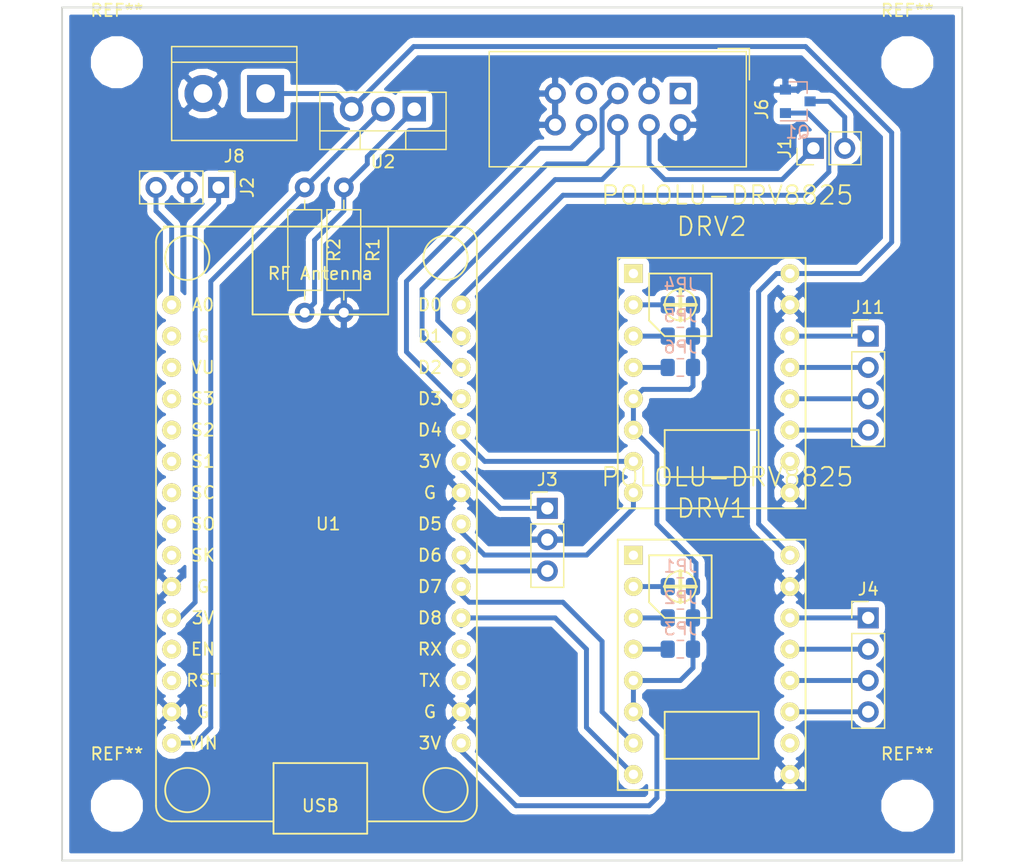
<source format=kicad_pcb>
(kicad_pcb (version 20171130) (host pcbnew 5.0.0+dfsg1-2)

  (general
    (thickness 1.6)
    (drawings 4)
    (tracks 126)
    (zones 0)
    (modules 24)
    (nets 31)
  )

  (page A4)
  (layers
    (0 F.Cu signal)
    (31 B.Cu signal)
    (32 B.Adhes user)
    (33 F.Adhes user)
    (34 B.Paste user)
    (35 F.Paste user)
    (36 B.SilkS user)
    (37 F.SilkS user)
    (38 B.Mask user)
    (39 F.Mask user)
    (40 Dwgs.User user)
    (41 Cmts.User user)
    (42 Eco1.User user)
    (43 Eco2.User user)
    (44 Edge.Cuts user)
    (45 Margin user)
    (46 B.CrtYd user)
    (47 F.CrtYd user)
    (48 B.Fab user)
    (49 F.Fab user)
  )

  (setup
    (last_trace_width 0.4)
    (user_trace_width 0.4)
    (trace_clearance 0.2)
    (zone_clearance 0.508)
    (zone_45_only no)
    (trace_min 0.2)
    (segment_width 0.2)
    (edge_width 0.15)
    (via_size 0.8)
    (via_drill 0.4)
    (via_min_size 0.4)
    (via_min_drill 0.3)
    (user_via 1.6 0.8)
    (uvia_size 0.3)
    (uvia_drill 0.1)
    (uvias_allowed no)
    (uvia_min_size 0.2)
    (uvia_min_drill 0.1)
    (pcb_text_width 0.3)
    (pcb_text_size 1.5 1.5)
    (mod_edge_width 0.15)
    (mod_text_size 1 1)
    (mod_text_width 0.15)
    (pad_size 1.524 1.524)
    (pad_drill 0.762)
    (pad_to_mask_clearance 0.2)
    (aux_axis_origin 0 0)
    (visible_elements FFFFFF7F)
    (pcbplotparams
      (layerselection 0x010fc_ffffffff)
      (usegerberextensions false)
      (usegerberattributes false)
      (usegerberadvancedattributes false)
      (creategerberjobfile false)
      (excludeedgelayer true)
      (linewidth 0.100000)
      (plotframeref false)
      (viasonmask false)
      (mode 1)
      (useauxorigin false)
      (hpglpennumber 1)
      (hpglpenspeed 20)
      (hpglpendiameter 15.000000)
      (psnegative false)
      (psa4output false)
      (plotreference true)
      (plotvalue true)
      (plotinvisibletext false)
      (padsonsilk false)
      (subtractmaskfromsilk false)
      (outputformat 1)
      (mirror false)
      (drillshape 1)
      (scaleselection 1)
      (outputdirectory ""))
  )

  (net 0 "")
  (net 1 /MOT10)
  (net 2 /MOT11)
  (net 3 /MOT12)
  (net 4 +3V3)
  (net 5 /MOT1_STEP)
  (net 6 /MOT1_DIR)
  (net 7 GND)
  (net 8 "Net-(DRV1-Pad11)")
  (net 9 "Net-(DRV1-Pad12)")
  (net 10 "Net-(DRV1-Pad13)")
  (net 11 "Net-(DRV1-Pad14)")
  (net 12 +12V)
  (net 13 "Net-(DRV2-Pad14)")
  (net 14 "Net-(DRV2-Pad13)")
  (net 15 "Net-(DRV2-Pad12)")
  (net 16 "Net-(DRV2-Pad11)")
  (net 17 /MOT2_DIR)
  (net 18 /MOT2_STEP)
  (net 19 /MOT22)
  (net 20 /MOT21)
  (net 21 /MOT20)
  (net 22 /SENSOR_IN)
  (net 23 /I2C_SDA)
  (net 24 /I2C_SCL)
  (net 25 /LCD_INT)
  (net 26 "Net-(R1-Pad1)")
  (net 27 VCC)
  (net 28 "Net-(J1-Pad2)")
  (net 29 /BEEPER)
  (net 30 /SENSOR_ANALOG_IN)

  (net_class Default "Ceci est la Netclass par défaut."
    (clearance 0.2)
    (trace_width 0.25)
    (via_dia 0.8)
    (via_drill 0.4)
    (uvia_dia 0.3)
    (uvia_drill 0.1)
    (add_net +12V)
    (add_net +3V3)
    (add_net /BEEPER)
    (add_net /I2C_SCL)
    (add_net /I2C_SDA)
    (add_net /LCD_INT)
    (add_net /MOT10)
    (add_net /MOT11)
    (add_net /MOT12)
    (add_net /MOT1_DIR)
    (add_net /MOT1_STEP)
    (add_net /MOT20)
    (add_net /MOT21)
    (add_net /MOT22)
    (add_net /MOT2_DIR)
    (add_net /MOT2_STEP)
    (add_net /SENSOR_ANALOG_IN)
    (add_net /SENSOR_IN)
    (add_net GND)
    (add_net "Net-(DRV1-Pad11)")
    (add_net "Net-(DRV1-Pad12)")
    (add_net "Net-(DRV1-Pad13)")
    (add_net "Net-(DRV1-Pad14)")
    (add_net "Net-(DRV2-Pad11)")
    (add_net "Net-(DRV2-Pad12)")
    (add_net "Net-(DRV2-Pad13)")
    (add_net "Net-(DRV2-Pad14)")
    (add_net "Net-(J1-Pad2)")
    (add_net "Net-(R1-Pad1)")
    (add_net VCC)
  )

  (module Connector_PinHeader_2.54mm:PinHeader_1x03_P2.54mm_Vertical (layer F.Cu) (tedit 59FED5CC) (tstamp 5BC2868F)
    (at 131.445 67.31 270)
    (descr "Through hole straight pin header, 1x03, 2.54mm pitch, single row")
    (tags "Through hole pin header THT 1x03 2.54mm single row")
    (path /5B98425E)
    (fp_text reference J2 (at 0 -2.33 270) (layer F.SilkS)
      (effects (font (size 1 1) (thickness 0.15)))
    )
    (fp_text value CONN_SENSOR_ADC (at 0 7.41 270) (layer F.Fab)
      (effects (font (size 1 1) (thickness 0.15)))
    )
    (fp_line (start -0.635 -1.27) (end 1.27 -1.27) (layer F.Fab) (width 0.1))
    (fp_line (start 1.27 -1.27) (end 1.27 6.35) (layer F.Fab) (width 0.1))
    (fp_line (start 1.27 6.35) (end -1.27 6.35) (layer F.Fab) (width 0.1))
    (fp_line (start -1.27 6.35) (end -1.27 -0.635) (layer F.Fab) (width 0.1))
    (fp_line (start -1.27 -0.635) (end -0.635 -1.27) (layer F.Fab) (width 0.1))
    (fp_line (start -1.33 6.41) (end 1.33 6.41) (layer F.SilkS) (width 0.12))
    (fp_line (start -1.33 1.27) (end -1.33 6.41) (layer F.SilkS) (width 0.12))
    (fp_line (start 1.33 1.27) (end 1.33 6.41) (layer F.SilkS) (width 0.12))
    (fp_line (start -1.33 1.27) (end 1.33 1.27) (layer F.SilkS) (width 0.12))
    (fp_line (start -1.33 0) (end -1.33 -1.33) (layer F.SilkS) (width 0.12))
    (fp_line (start -1.33 -1.33) (end 0 -1.33) (layer F.SilkS) (width 0.12))
    (fp_line (start -1.8 -1.8) (end -1.8 6.85) (layer F.CrtYd) (width 0.05))
    (fp_line (start -1.8 6.85) (end 1.8 6.85) (layer F.CrtYd) (width 0.05))
    (fp_line (start 1.8 6.85) (end 1.8 -1.8) (layer F.CrtYd) (width 0.05))
    (fp_line (start 1.8 -1.8) (end -1.8 -1.8) (layer F.CrtYd) (width 0.05))
    (fp_text user %R (at 0 2.54) (layer F.Fab)
      (effects (font (size 1 1) (thickness 0.15)))
    )
    (pad 1 thru_hole rect (at 0 0 270) (size 1.7 1.7) (drill 1) (layers *.Cu *.Mask)
      (net 4 +3V3))
    (pad 2 thru_hole oval (at 0 2.54 270) (size 1.7 1.7) (drill 1) (layers *.Cu *.Mask)
      (net 7 GND))
    (pad 3 thru_hole oval (at 0 5.08 270) (size 1.7 1.7) (drill 1) (layers *.Cu *.Mask)
      (net 30 /SENSOR_ANALOG_IN))
    (model ${KISYS3DMOD}/Connector_PinHeader_2.54mm.3dshapes/PinHeader_1x03_P2.54mm_Vertical.wrl
      (at (xyz 0 0 0))
      (scale (xyz 1 1 1))
      (rotate (xyz 0 0 0))
    )
  )

  (module POLOLU-DRV8825:POLOLU-DRV8825 (layer F.Cu) (tedit 55F47BD3) (tstamp 5BC25268)
    (at 172.72 107.315)
    (path /5B0AEACD)
    (fp_text reference DRV1 (at -1.27 -13.97) (layer F.SilkS)
      (effects (font (size 1.5 1.5) (thickness 0.15)))
    )
    (fp_text value POLOLU-DRV8825 (at 0 -16.51) (layer F.SilkS)
      (effects (font (size 1.5 1.5) (thickness 0.15)))
    )
    (fp_circle (center -3.81 -7.62) (end -2.54 -7.62) (layer F.SilkS) (width 0.15))
    (fp_line (start -6.35 -10.16) (end -1.27 -10.16) (layer F.SilkS) (width 0.15))
    (fp_line (start -1.27 -10.16) (end -1.27 -5.08) (layer F.SilkS) (width 0.15))
    (fp_line (start -1.27 -5.08) (end -5.08 -5.08) (layer F.SilkS) (width 0.15))
    (fp_line (start -5.08 -5.08) (end -6.35 -6.35) (layer F.SilkS) (width 0.15))
    (fp_line (start -6.35 -6.35) (end -6.35 -10.16) (layer F.SilkS) (width 0.15))
    (fp_line (start -5.08 -7.62) (end -2.54 -7.62) (layer F.SilkS) (width 0.3))
    (fp_line (start -3.81 -8.89) (end -3.81 -6.35) (layer F.SilkS) (width 0.3))
    (fp_line (start -5.08 2.54) (end 2.54 2.54) (layer F.SilkS) (width 0.15))
    (fp_line (start 2.54 2.54) (end 2.54 6.35) (layer F.SilkS) (width 0.15))
    (fp_line (start 2.54 6.35) (end -5.08 6.35) (layer F.SilkS) (width 0.15))
    (fp_line (start -5.08 6.35) (end -5.08 2.54) (layer F.SilkS) (width 0.15))
    (fp_line (start -8.89 -11.43) (end 6.35 -11.43) (layer F.SilkS) (width 0.15))
    (fp_line (start 6.35 -11.43) (end 6.35 8.89) (layer F.SilkS) (width 0.15))
    (fp_line (start 6.35 8.89) (end -8.89 8.89) (layer F.SilkS) (width 0.15))
    (fp_line (start -8.89 8.89) (end -8.89 -11.43) (layer F.SilkS) (width 0.15))
    (pad 1 thru_hole rect (at -7.62 -10.16) (size 1.524 1.524) (drill 0.762) (layers *.Cu *.Mask F.SilkS))
    (pad 2 thru_hole circle (at -7.62 -7.62) (size 1.524 1.524) (drill 0.762) (layers *.Cu *.Mask F.SilkS)
      (net 1 /MOT10))
    (pad 3 thru_hole circle (at -7.62 -5.08) (size 1.524 1.524) (drill 0.762) (layers *.Cu *.Mask F.SilkS)
      (net 2 /MOT11))
    (pad 4 thru_hole circle (at -7.62 -2.54) (size 1.524 1.524) (drill 0.762) (layers *.Cu *.Mask F.SilkS)
      (net 3 /MOT12))
    (pad 5 thru_hole circle (at -7.62 0) (size 1.524 1.524) (drill 0.762) (layers *.Cu *.Mask F.SilkS)
      (net 4 +3V3))
    (pad 6 thru_hole circle (at -7.62 2.54) (size 1.524 1.524) (drill 0.762) (layers *.Cu *.Mask F.SilkS)
      (net 4 +3V3))
    (pad 7 thru_hole circle (at -7.62 5.08) (size 1.524 1.524) (drill 0.762) (layers *.Cu *.Mask F.SilkS)
      (net 5 /MOT1_STEP))
    (pad 8 thru_hole circle (at -7.62 7.62) (size 1.524 1.524) (drill 0.762) (layers *.Cu *.Mask F.SilkS)
      (net 6 /MOT1_DIR))
    (pad 9 thru_hole circle (at 5.08 7.62) (size 1.524 1.524) (drill 0.762) (layers *.Cu *.Mask F.SilkS)
      (net 7 GND))
    (pad 10 thru_hole circle (at 5.08 5.08) (size 1.524 1.524) (drill 0.762) (layers *.Cu *.Mask F.SilkS))
    (pad 11 thru_hole circle (at 5.08 2.54) (size 1.524 1.524) (drill 0.762) (layers *.Cu *.Mask F.SilkS)
      (net 8 "Net-(DRV1-Pad11)"))
    (pad 12 thru_hole circle (at 5.08 0) (size 1.524 1.524) (drill 0.762) (layers *.Cu *.Mask F.SilkS)
      (net 9 "Net-(DRV1-Pad12)"))
    (pad 13 thru_hole circle (at 5.08 -2.54) (size 1.524 1.524) (drill 0.762) (layers *.Cu *.Mask F.SilkS)
      (net 10 "Net-(DRV1-Pad13)"))
    (pad 14 thru_hole circle (at 5.08 -5.08) (size 1.524 1.524) (drill 0.762) (layers *.Cu *.Mask F.SilkS)
      (net 11 "Net-(DRV1-Pad14)"))
    (pad 15 thru_hole circle (at 5.08 -7.62) (size 1.524 1.524) (drill 0.762) (layers *.Cu *.Mask F.SilkS)
      (net 7 GND))
    (pad 16 thru_hole circle (at 5.08 -10.16) (size 1.524 1.524) (drill 0.762) (layers *.Cu *.Mask F.SilkS)
      (net 12 +12V))
  )

  (module POLOLU-DRV8825:POLOLU-DRV8825 (layer F.Cu) (tedit 55F47BD3) (tstamp 5BC2528C)
    (at 172.72 84.455)
    (path /5B8E9C07)
    (fp_text reference DRV2 (at -1.27 -13.97) (layer F.SilkS)
      (effects (font (size 1.5 1.5) (thickness 0.15)))
    )
    (fp_text value POLOLU-DRV8825 (at 0 -16.51) (layer F.SilkS)
      (effects (font (size 1.5 1.5) (thickness 0.15)))
    )
    (fp_line (start -8.89 8.89) (end -8.89 -11.43) (layer F.SilkS) (width 0.15))
    (fp_line (start 6.35 8.89) (end -8.89 8.89) (layer F.SilkS) (width 0.15))
    (fp_line (start 6.35 -11.43) (end 6.35 8.89) (layer F.SilkS) (width 0.15))
    (fp_line (start -8.89 -11.43) (end 6.35 -11.43) (layer F.SilkS) (width 0.15))
    (fp_line (start -5.08 6.35) (end -5.08 2.54) (layer F.SilkS) (width 0.15))
    (fp_line (start 2.54 6.35) (end -5.08 6.35) (layer F.SilkS) (width 0.15))
    (fp_line (start 2.54 2.54) (end 2.54 6.35) (layer F.SilkS) (width 0.15))
    (fp_line (start -5.08 2.54) (end 2.54 2.54) (layer F.SilkS) (width 0.15))
    (fp_line (start -3.81 -8.89) (end -3.81 -6.35) (layer F.SilkS) (width 0.3))
    (fp_line (start -5.08 -7.62) (end -2.54 -7.62) (layer F.SilkS) (width 0.3))
    (fp_line (start -6.35 -6.35) (end -6.35 -10.16) (layer F.SilkS) (width 0.15))
    (fp_line (start -5.08 -5.08) (end -6.35 -6.35) (layer F.SilkS) (width 0.15))
    (fp_line (start -1.27 -5.08) (end -5.08 -5.08) (layer F.SilkS) (width 0.15))
    (fp_line (start -1.27 -10.16) (end -1.27 -5.08) (layer F.SilkS) (width 0.15))
    (fp_line (start -6.35 -10.16) (end -1.27 -10.16) (layer F.SilkS) (width 0.15))
    (fp_circle (center -3.81 -7.62) (end -2.54 -7.62) (layer F.SilkS) (width 0.15))
    (pad 16 thru_hole circle (at 5.08 -10.16) (size 1.524 1.524) (drill 0.762) (layers *.Cu *.Mask F.SilkS)
      (net 12 +12V))
    (pad 15 thru_hole circle (at 5.08 -7.62) (size 1.524 1.524) (drill 0.762) (layers *.Cu *.Mask F.SilkS)
      (net 7 GND))
    (pad 14 thru_hole circle (at 5.08 -5.08) (size 1.524 1.524) (drill 0.762) (layers *.Cu *.Mask F.SilkS)
      (net 13 "Net-(DRV2-Pad14)"))
    (pad 13 thru_hole circle (at 5.08 -2.54) (size 1.524 1.524) (drill 0.762) (layers *.Cu *.Mask F.SilkS)
      (net 14 "Net-(DRV2-Pad13)"))
    (pad 12 thru_hole circle (at 5.08 0) (size 1.524 1.524) (drill 0.762) (layers *.Cu *.Mask F.SilkS)
      (net 15 "Net-(DRV2-Pad12)"))
    (pad 11 thru_hole circle (at 5.08 2.54) (size 1.524 1.524) (drill 0.762) (layers *.Cu *.Mask F.SilkS)
      (net 16 "Net-(DRV2-Pad11)"))
    (pad 10 thru_hole circle (at 5.08 5.08) (size 1.524 1.524) (drill 0.762) (layers *.Cu *.Mask F.SilkS))
    (pad 9 thru_hole circle (at 5.08 7.62) (size 1.524 1.524) (drill 0.762) (layers *.Cu *.Mask F.SilkS)
      (net 7 GND))
    (pad 8 thru_hole circle (at -7.62 7.62) (size 1.524 1.524) (drill 0.762) (layers *.Cu *.Mask F.SilkS)
      (net 17 /MOT2_DIR))
    (pad 7 thru_hole circle (at -7.62 5.08) (size 1.524 1.524) (drill 0.762) (layers *.Cu *.Mask F.SilkS)
      (net 18 /MOT2_STEP))
    (pad 6 thru_hole circle (at -7.62 2.54) (size 1.524 1.524) (drill 0.762) (layers *.Cu *.Mask F.SilkS)
      (net 4 +3V3))
    (pad 5 thru_hole circle (at -7.62 0) (size 1.524 1.524) (drill 0.762) (layers *.Cu *.Mask F.SilkS)
      (net 4 +3V3))
    (pad 4 thru_hole circle (at -7.62 -2.54) (size 1.524 1.524) (drill 0.762) (layers *.Cu *.Mask F.SilkS)
      (net 19 /MOT22))
    (pad 3 thru_hole circle (at -7.62 -5.08) (size 1.524 1.524) (drill 0.762) (layers *.Cu *.Mask F.SilkS)
      (net 20 /MOT21))
    (pad 2 thru_hole circle (at -7.62 -7.62) (size 1.524 1.524) (drill 0.762) (layers *.Cu *.Mask F.SilkS)
      (net 21 /MOT20))
    (pad 1 thru_hole rect (at -7.62 -10.16) (size 1.524 1.524) (drill 0.762) (layers *.Cu *.Mask F.SilkS))
  )

  (module Package_TO_SOT_THT:TO-220-3_Vertical (layer F.Cu) (tedit 5AC8BA0D) (tstamp 5BC25420)
    (at 147.32 60.96 180)
    (descr "TO-220-3, Vertical, RM 2.54mm, see https://www.vishay.com/docs/66542/to-220-1.pdf")
    (tags "TO-220-3 Vertical RM 2.54mm")
    (path /5B8CC52A)
    (fp_text reference U2 (at 2.54 -4.27 180) (layer F.SilkS)
      (effects (font (size 1 1) (thickness 0.15)))
    )
    (fp_text value LM317_3PinPackage (at 2.54 2.5 180) (layer F.Fab)
      (effects (font (size 1 1) (thickness 0.15)))
    )
    (fp_line (start -2.46 -3.15) (end -2.46 1.25) (layer F.Fab) (width 0.1))
    (fp_line (start -2.46 1.25) (end 7.54 1.25) (layer F.Fab) (width 0.1))
    (fp_line (start 7.54 1.25) (end 7.54 -3.15) (layer F.Fab) (width 0.1))
    (fp_line (start 7.54 -3.15) (end -2.46 -3.15) (layer F.Fab) (width 0.1))
    (fp_line (start -2.46 -1.88) (end 7.54 -1.88) (layer F.Fab) (width 0.1))
    (fp_line (start 0.69 -3.15) (end 0.69 -1.88) (layer F.Fab) (width 0.1))
    (fp_line (start 4.39 -3.15) (end 4.39 -1.88) (layer F.Fab) (width 0.1))
    (fp_line (start -2.58 -3.27) (end 7.66 -3.27) (layer F.SilkS) (width 0.12))
    (fp_line (start -2.58 1.371) (end 7.66 1.371) (layer F.SilkS) (width 0.12))
    (fp_line (start -2.58 -3.27) (end -2.58 1.371) (layer F.SilkS) (width 0.12))
    (fp_line (start 7.66 -3.27) (end 7.66 1.371) (layer F.SilkS) (width 0.12))
    (fp_line (start -2.58 -1.76) (end 7.66 -1.76) (layer F.SilkS) (width 0.12))
    (fp_line (start 0.69 -3.27) (end 0.69 -1.76) (layer F.SilkS) (width 0.12))
    (fp_line (start 4.391 -3.27) (end 4.391 -1.76) (layer F.SilkS) (width 0.12))
    (fp_line (start -2.71 -3.4) (end -2.71 1.51) (layer F.CrtYd) (width 0.05))
    (fp_line (start -2.71 1.51) (end 7.79 1.51) (layer F.CrtYd) (width 0.05))
    (fp_line (start 7.79 1.51) (end 7.79 -3.4) (layer F.CrtYd) (width 0.05))
    (fp_line (start 7.79 -3.4) (end -2.71 -3.4) (layer F.CrtYd) (width 0.05))
    (fp_text user %R (at 2.54 -4.27 180) (layer F.Fab)
      (effects (font (size 1 1) (thickness 0.15)))
    )
    (pad 1 thru_hole rect (at 0 0 180) (size 1.905 2) (drill 1.1) (layers *.Cu *.Mask)
      (net 26 "Net-(R1-Pad1)"))
    (pad 2 thru_hole oval (at 2.54 0 180) (size 1.905 2) (drill 1.1) (layers *.Cu *.Mask)
      (net 27 VCC))
    (pad 3 thru_hole oval (at 5.08 0 180) (size 1.905 2) (drill 1.1) (layers *.Cu *.Mask)
      (net 12 +12V))
    (model ${KISYS3DMOD}/Package_TO_SOT_THT.3dshapes/TO-220-3_Vertical.wrl
      (at (xyz 0 0 0))
      (scale (xyz 1 1 1))
      (rotate (xyz 0 0 0))
    )
  )

  (module TerminalBlock:TerminalBlock_bornier-2_P5.08mm (layer F.Cu) (tedit 59FF03AB) (tstamp 5BC25FD7)
    (at 135.255 59.69 180)
    (descr "simple 2-pin terminal block, pitch 5.08mm, revamped version of bornier2")
    (tags "terminal block bornier2")
    (path /5B8C931A)
    (fp_text reference J8 (at 2.54 -5.08 180) (layer F.SilkS)
      (effects (font (size 1 1) (thickness 0.15)))
    )
    (fp_text value CONN_POWER (at 2.54 5.08 180) (layer F.Fab)
      (effects (font (size 1 1) (thickness 0.15)))
    )
    (fp_text user %R (at 2.54 0 180) (layer F.Fab)
      (effects (font (size 1 1) (thickness 0.15)))
    )
    (fp_line (start -2.41 2.55) (end 7.49 2.55) (layer F.Fab) (width 0.1))
    (fp_line (start -2.46 -3.75) (end -2.46 3.75) (layer F.Fab) (width 0.1))
    (fp_line (start -2.46 3.75) (end 7.54 3.75) (layer F.Fab) (width 0.1))
    (fp_line (start 7.54 3.75) (end 7.54 -3.75) (layer F.Fab) (width 0.1))
    (fp_line (start 7.54 -3.75) (end -2.46 -3.75) (layer F.Fab) (width 0.1))
    (fp_line (start 7.62 2.54) (end -2.54 2.54) (layer F.SilkS) (width 0.12))
    (fp_line (start 7.62 3.81) (end 7.62 -3.81) (layer F.SilkS) (width 0.12))
    (fp_line (start 7.62 -3.81) (end -2.54 -3.81) (layer F.SilkS) (width 0.12))
    (fp_line (start -2.54 -3.81) (end -2.54 3.81) (layer F.SilkS) (width 0.12))
    (fp_line (start -2.54 3.81) (end 7.62 3.81) (layer F.SilkS) (width 0.12))
    (fp_line (start -2.71 -4) (end 7.79 -4) (layer F.CrtYd) (width 0.05))
    (fp_line (start -2.71 -4) (end -2.71 4) (layer F.CrtYd) (width 0.05))
    (fp_line (start 7.79 4) (end 7.79 -4) (layer F.CrtYd) (width 0.05))
    (fp_line (start 7.79 4) (end -2.71 4) (layer F.CrtYd) (width 0.05))
    (pad 1 thru_hole rect (at 0 0 180) (size 3 3) (drill 1.52) (layers *.Cu *.Mask)
      (net 12 +12V))
    (pad 2 thru_hole circle (at 5.08 0 180) (size 3 3) (drill 1.52) (layers *.Cu *.Mask)
      (net 7 GND))
    (model ${KISYS3DMOD}/TerminalBlock.3dshapes/TerminalBlock_bornier-2_P5.08mm.wrl
      (offset (xyz 2.539999961853027 0 0))
      (scale (xyz 1 1 1))
      (rotate (xyz 0 0 0))
    )
  )

  (module Resistor_SMD:R_0805_2012Metric_Pad1.15x1.40mm_HandSolder (layer B.Cu) (tedit 5B36C52B) (tstamp 5BC2677E)
    (at 168.91 99.695 180)
    (descr "Resistor SMD 0805 (2012 Metric), square (rectangular) end terminal, IPC_7351 nominal with elongated pad for handsoldering. (Body size source: https://docs.google.com/spreadsheets/d/1BsfQQcO9C6DZCsRaXUlFlo91Tg2WpOkGARC1WS5S8t0/edit?usp=sharing), generated with kicad-footprint-generator")
    (tags "resistor handsolder")
    (path /5B9233A5)
    (attr smd)
    (fp_text reference JP1 (at 0 1.65 180) (layer B.SilkS)
      (effects (font (size 1 1) (thickness 0.15)) (justify mirror))
    )
    (fp_text value Jumper (at 0 -1.65 180) (layer B.Fab)
      (effects (font (size 1 1) (thickness 0.15)) (justify mirror))
    )
    (fp_text user %R (at 0 0 180) (layer B.Fab)
      (effects (font (size 0.5 0.5) (thickness 0.08)) (justify mirror))
    )
    (fp_line (start 1.85 -0.95) (end -1.85 -0.95) (layer B.CrtYd) (width 0.05))
    (fp_line (start 1.85 0.95) (end 1.85 -0.95) (layer B.CrtYd) (width 0.05))
    (fp_line (start -1.85 0.95) (end 1.85 0.95) (layer B.CrtYd) (width 0.05))
    (fp_line (start -1.85 -0.95) (end -1.85 0.95) (layer B.CrtYd) (width 0.05))
    (fp_line (start -0.261252 -0.71) (end 0.261252 -0.71) (layer B.SilkS) (width 0.12))
    (fp_line (start -0.261252 0.71) (end 0.261252 0.71) (layer B.SilkS) (width 0.12))
    (fp_line (start 1 -0.6) (end -1 -0.6) (layer B.Fab) (width 0.1))
    (fp_line (start 1 0.6) (end 1 -0.6) (layer B.Fab) (width 0.1))
    (fp_line (start -1 0.6) (end 1 0.6) (layer B.Fab) (width 0.1))
    (fp_line (start -1 -0.6) (end -1 0.6) (layer B.Fab) (width 0.1))
    (pad 2 smd roundrect (at 1.025 0 180) (size 1.15 1.4) (layers B.Cu B.Paste B.Mask) (roundrect_rratio 0.217391)
      (net 1 /MOT10))
    (pad 1 smd roundrect (at -1.025 0 180) (size 1.15 1.4) (layers B.Cu B.Paste B.Mask) (roundrect_rratio 0.217391)
      (net 4 +3V3))
    (model ${KISYS3DMOD}/Resistor_SMD.3dshapes/R_0805_2012Metric.wrl
      (at (xyz 0 0 0))
      (scale (xyz 1 1 1))
      (rotate (xyz 0 0 0))
    )
  )

  (module Resistor_SMD:R_0805_2012Metric_Pad1.15x1.40mm_HandSolder (layer B.Cu) (tedit 5B36C52B) (tstamp 5BC2678E)
    (at 168.91 102.235 180)
    (descr "Resistor SMD 0805 (2012 Metric), square (rectangular) end terminal, IPC_7351 nominal with elongated pad for handsoldering. (Body size source: https://docs.google.com/spreadsheets/d/1BsfQQcO9C6DZCsRaXUlFlo91Tg2WpOkGARC1WS5S8t0/edit?usp=sharing), generated with kicad-footprint-generator")
    (tags "resistor handsolder")
    (path /5B929DB3)
    (attr smd)
    (fp_text reference JP2 (at 0 1.65 180) (layer B.SilkS)
      (effects (font (size 1 1) (thickness 0.15)) (justify mirror))
    )
    (fp_text value Jumper (at 0 -1.65 180) (layer B.Fab)
      (effects (font (size 1 1) (thickness 0.15)) (justify mirror))
    )
    (fp_line (start -1 -0.6) (end -1 0.6) (layer B.Fab) (width 0.1))
    (fp_line (start -1 0.6) (end 1 0.6) (layer B.Fab) (width 0.1))
    (fp_line (start 1 0.6) (end 1 -0.6) (layer B.Fab) (width 0.1))
    (fp_line (start 1 -0.6) (end -1 -0.6) (layer B.Fab) (width 0.1))
    (fp_line (start -0.261252 0.71) (end 0.261252 0.71) (layer B.SilkS) (width 0.12))
    (fp_line (start -0.261252 -0.71) (end 0.261252 -0.71) (layer B.SilkS) (width 0.12))
    (fp_line (start -1.85 -0.95) (end -1.85 0.95) (layer B.CrtYd) (width 0.05))
    (fp_line (start -1.85 0.95) (end 1.85 0.95) (layer B.CrtYd) (width 0.05))
    (fp_line (start 1.85 0.95) (end 1.85 -0.95) (layer B.CrtYd) (width 0.05))
    (fp_line (start 1.85 -0.95) (end -1.85 -0.95) (layer B.CrtYd) (width 0.05))
    (fp_text user %R (at 0 0 180) (layer B.Fab)
      (effects (font (size 0.5 0.5) (thickness 0.08)) (justify mirror))
    )
    (pad 1 smd roundrect (at -1.025 0 180) (size 1.15 1.4) (layers B.Cu B.Paste B.Mask) (roundrect_rratio 0.217391)
      (net 4 +3V3))
    (pad 2 smd roundrect (at 1.025 0 180) (size 1.15 1.4) (layers B.Cu B.Paste B.Mask) (roundrect_rratio 0.217391)
      (net 2 /MOT11))
    (model ${KISYS3DMOD}/Resistor_SMD.3dshapes/R_0805_2012Metric.wrl
      (at (xyz 0 0 0))
      (scale (xyz 1 1 1))
      (rotate (xyz 0 0 0))
    )
  )

  (module Resistor_SMD:R_0805_2012Metric_Pad1.15x1.40mm_HandSolder (layer B.Cu) (tedit 5B36C52B) (tstamp 5BC2679E)
    (at 168.91 104.775 180)
    (descr "Resistor SMD 0805 (2012 Metric), square (rectangular) end terminal, IPC_7351 nominal with elongated pad for handsoldering. (Body size source: https://docs.google.com/spreadsheets/d/1BsfQQcO9C6DZCsRaXUlFlo91Tg2WpOkGARC1WS5S8t0/edit?usp=sharing), generated with kicad-footprint-generator")
    (tags "resistor handsolder")
    (path /5B929DE9)
    (attr smd)
    (fp_text reference JP3 (at 0 1.65 180) (layer B.SilkS)
      (effects (font (size 1 1) (thickness 0.15)) (justify mirror))
    )
    (fp_text value Jumper (at 0 -1.65 180) (layer B.Fab)
      (effects (font (size 1 1) (thickness 0.15)) (justify mirror))
    )
    (fp_text user %R (at 0 0 180) (layer B.Fab)
      (effects (font (size 0.5 0.5) (thickness 0.08)) (justify mirror))
    )
    (fp_line (start 1.85 -0.95) (end -1.85 -0.95) (layer B.CrtYd) (width 0.05))
    (fp_line (start 1.85 0.95) (end 1.85 -0.95) (layer B.CrtYd) (width 0.05))
    (fp_line (start -1.85 0.95) (end 1.85 0.95) (layer B.CrtYd) (width 0.05))
    (fp_line (start -1.85 -0.95) (end -1.85 0.95) (layer B.CrtYd) (width 0.05))
    (fp_line (start -0.261252 -0.71) (end 0.261252 -0.71) (layer B.SilkS) (width 0.12))
    (fp_line (start -0.261252 0.71) (end 0.261252 0.71) (layer B.SilkS) (width 0.12))
    (fp_line (start 1 -0.6) (end -1 -0.6) (layer B.Fab) (width 0.1))
    (fp_line (start 1 0.6) (end 1 -0.6) (layer B.Fab) (width 0.1))
    (fp_line (start -1 0.6) (end 1 0.6) (layer B.Fab) (width 0.1))
    (fp_line (start -1 -0.6) (end -1 0.6) (layer B.Fab) (width 0.1))
    (pad 2 smd roundrect (at 1.025 0 180) (size 1.15 1.4) (layers B.Cu B.Paste B.Mask) (roundrect_rratio 0.217391)
      (net 3 /MOT12))
    (pad 1 smd roundrect (at -1.025 0 180) (size 1.15 1.4) (layers B.Cu B.Paste B.Mask) (roundrect_rratio 0.217391)
      (net 4 +3V3))
    (model ${KISYS3DMOD}/Resistor_SMD.3dshapes/R_0805_2012Metric.wrl
      (at (xyz 0 0 0))
      (scale (xyz 1 1 1))
      (rotate (xyz 0 0 0))
    )
  )

  (module Resistor_SMD:R_0805_2012Metric_Pad1.15x1.40mm_HandSolder (layer B.Cu) (tedit 5B36C52B) (tstamp 5BC267AE)
    (at 168.91 76.835 180)
    (descr "Resistor SMD 0805 (2012 Metric), square (rectangular) end terminal, IPC_7351 nominal with elongated pad for handsoldering. (Body size source: https://docs.google.com/spreadsheets/d/1BsfQQcO9C6DZCsRaXUlFlo91Tg2WpOkGARC1WS5S8t0/edit?usp=sharing), generated with kicad-footprint-generator")
    (tags "resistor handsolder")
    (path /5B933F24)
    (attr smd)
    (fp_text reference JP4 (at 0 1.65 180) (layer B.SilkS)
      (effects (font (size 1 1) (thickness 0.15)) (justify mirror))
    )
    (fp_text value Jumper (at 0 -1.65 180) (layer B.Fab)
      (effects (font (size 1 1) (thickness 0.15)) (justify mirror))
    )
    (fp_line (start -1 -0.6) (end -1 0.6) (layer B.Fab) (width 0.1))
    (fp_line (start -1 0.6) (end 1 0.6) (layer B.Fab) (width 0.1))
    (fp_line (start 1 0.6) (end 1 -0.6) (layer B.Fab) (width 0.1))
    (fp_line (start 1 -0.6) (end -1 -0.6) (layer B.Fab) (width 0.1))
    (fp_line (start -0.261252 0.71) (end 0.261252 0.71) (layer B.SilkS) (width 0.12))
    (fp_line (start -0.261252 -0.71) (end 0.261252 -0.71) (layer B.SilkS) (width 0.12))
    (fp_line (start -1.85 -0.95) (end -1.85 0.95) (layer B.CrtYd) (width 0.05))
    (fp_line (start -1.85 0.95) (end 1.85 0.95) (layer B.CrtYd) (width 0.05))
    (fp_line (start 1.85 0.95) (end 1.85 -0.95) (layer B.CrtYd) (width 0.05))
    (fp_line (start 1.85 -0.95) (end -1.85 -0.95) (layer B.CrtYd) (width 0.05))
    (fp_text user %R (at 0 0 180) (layer B.Fab)
      (effects (font (size 0.5 0.5) (thickness 0.08)) (justify mirror))
    )
    (pad 1 smd roundrect (at -1.025 0 180) (size 1.15 1.4) (layers B.Cu B.Paste B.Mask) (roundrect_rratio 0.217391)
      (net 4 +3V3))
    (pad 2 smd roundrect (at 1.025 0 180) (size 1.15 1.4) (layers B.Cu B.Paste B.Mask) (roundrect_rratio 0.217391)
      (net 21 /MOT20))
    (model ${KISYS3DMOD}/Resistor_SMD.3dshapes/R_0805_2012Metric.wrl
      (at (xyz 0 0 0))
      (scale (xyz 1 1 1))
      (rotate (xyz 0 0 0))
    )
  )

  (module Resistor_SMD:R_0805_2012Metric_Pad1.15x1.40mm_HandSolder (layer B.Cu) (tedit 5B36C52B) (tstamp 5BC267BE)
    (at 168.91 79.375 180)
    (descr "Resistor SMD 0805 (2012 Metric), square (rectangular) end terminal, IPC_7351 nominal with elongated pad for handsoldering. (Body size source: https://docs.google.com/spreadsheets/d/1BsfQQcO9C6DZCsRaXUlFlo91Tg2WpOkGARC1WS5S8t0/edit?usp=sharing), generated with kicad-footprint-generator")
    (tags "resistor handsolder")
    (path /5B933F2B)
    (attr smd)
    (fp_text reference JP5 (at 0 1.65 180) (layer B.SilkS)
      (effects (font (size 1 1) (thickness 0.15)) (justify mirror))
    )
    (fp_text value Jumper (at 0 -1.65 180) (layer B.Fab)
      (effects (font (size 1 1) (thickness 0.15)) (justify mirror))
    )
    (fp_text user %R (at 0 0 180) (layer B.Fab)
      (effects (font (size 0.5 0.5) (thickness 0.08)) (justify mirror))
    )
    (fp_line (start 1.85 -0.95) (end -1.85 -0.95) (layer B.CrtYd) (width 0.05))
    (fp_line (start 1.85 0.95) (end 1.85 -0.95) (layer B.CrtYd) (width 0.05))
    (fp_line (start -1.85 0.95) (end 1.85 0.95) (layer B.CrtYd) (width 0.05))
    (fp_line (start -1.85 -0.95) (end -1.85 0.95) (layer B.CrtYd) (width 0.05))
    (fp_line (start -0.261252 -0.71) (end 0.261252 -0.71) (layer B.SilkS) (width 0.12))
    (fp_line (start -0.261252 0.71) (end 0.261252 0.71) (layer B.SilkS) (width 0.12))
    (fp_line (start 1 -0.6) (end -1 -0.6) (layer B.Fab) (width 0.1))
    (fp_line (start 1 0.6) (end 1 -0.6) (layer B.Fab) (width 0.1))
    (fp_line (start -1 0.6) (end 1 0.6) (layer B.Fab) (width 0.1))
    (fp_line (start -1 -0.6) (end -1 0.6) (layer B.Fab) (width 0.1))
    (pad 2 smd roundrect (at 1.025 0 180) (size 1.15 1.4) (layers B.Cu B.Paste B.Mask) (roundrect_rratio 0.217391)
      (net 20 /MOT21))
    (pad 1 smd roundrect (at -1.025 0 180) (size 1.15 1.4) (layers B.Cu B.Paste B.Mask) (roundrect_rratio 0.217391)
      (net 4 +3V3))
    (model ${KISYS3DMOD}/Resistor_SMD.3dshapes/R_0805_2012Metric.wrl
      (at (xyz 0 0 0))
      (scale (xyz 1 1 1))
      (rotate (xyz 0 0 0))
    )
  )

  (module Resistor_SMD:R_0805_2012Metric_Pad1.15x1.40mm_HandSolder (layer B.Cu) (tedit 5B36C52B) (tstamp 5BC267CE)
    (at 168.91 81.915 180)
    (descr "Resistor SMD 0805 (2012 Metric), square (rectangular) end terminal, IPC_7351 nominal with elongated pad for handsoldering. (Body size source: https://docs.google.com/spreadsheets/d/1BsfQQcO9C6DZCsRaXUlFlo91Tg2WpOkGARC1WS5S8t0/edit?usp=sharing), generated with kicad-footprint-generator")
    (tags "resistor handsolder")
    (path /5B933F32)
    (attr smd)
    (fp_text reference JP6 (at 0 1.65 180) (layer B.SilkS)
      (effects (font (size 1 1) (thickness 0.15)) (justify mirror))
    )
    (fp_text value Jumper (at 0 -1.65 180) (layer B.Fab)
      (effects (font (size 1 1) (thickness 0.15)) (justify mirror))
    )
    (fp_line (start -1 -0.6) (end -1 0.6) (layer B.Fab) (width 0.1))
    (fp_line (start -1 0.6) (end 1 0.6) (layer B.Fab) (width 0.1))
    (fp_line (start 1 0.6) (end 1 -0.6) (layer B.Fab) (width 0.1))
    (fp_line (start 1 -0.6) (end -1 -0.6) (layer B.Fab) (width 0.1))
    (fp_line (start -0.261252 0.71) (end 0.261252 0.71) (layer B.SilkS) (width 0.12))
    (fp_line (start -0.261252 -0.71) (end 0.261252 -0.71) (layer B.SilkS) (width 0.12))
    (fp_line (start -1.85 -0.95) (end -1.85 0.95) (layer B.CrtYd) (width 0.05))
    (fp_line (start -1.85 0.95) (end 1.85 0.95) (layer B.CrtYd) (width 0.05))
    (fp_line (start 1.85 0.95) (end 1.85 -0.95) (layer B.CrtYd) (width 0.05))
    (fp_line (start 1.85 -0.95) (end -1.85 -0.95) (layer B.CrtYd) (width 0.05))
    (fp_text user %R (at 0 0 180) (layer B.Fab)
      (effects (font (size 0.5 0.5) (thickness 0.08)) (justify mirror))
    )
    (pad 1 smd roundrect (at -1.025 0 180) (size 1.15 1.4) (layers B.Cu B.Paste B.Mask) (roundrect_rratio 0.217391)
      (net 4 +3V3))
    (pad 2 smd roundrect (at 1.025 0 180) (size 1.15 1.4) (layers B.Cu B.Paste B.Mask) (roundrect_rratio 0.217391)
      (net 19 /MOT22))
    (model ${KISYS3DMOD}/Resistor_SMD.3dshapes/R_0805_2012Metric.wrl
      (at (xyz 0 0 0))
      (scale (xyz 1 1 1))
      (rotate (xyz 0 0 0))
    )
  )

  (module Connector_PinHeader_2.54mm:PinHeader_1x04_P2.54mm_Vertical (layer F.Cu) (tedit 59FED5CC) (tstamp 5BC27604)
    (at 184.15 102.235)
    (descr "Through hole straight pin header, 1x04, 2.54mm pitch, single row")
    (tags "Through hole pin header THT 1x04 2.54mm single row")
    (path /5B0B2CCF)
    (fp_text reference J4 (at 0 -2.33) (layer F.SilkS)
      (effects (font (size 1 1) (thickness 0.15)))
    )
    (fp_text value CONN_MOT1 (at 0 9.95) (layer F.Fab)
      (effects (font (size 1 1) (thickness 0.15)))
    )
    (fp_line (start -0.635 -1.27) (end 1.27 -1.27) (layer F.Fab) (width 0.1))
    (fp_line (start 1.27 -1.27) (end 1.27 8.89) (layer F.Fab) (width 0.1))
    (fp_line (start 1.27 8.89) (end -1.27 8.89) (layer F.Fab) (width 0.1))
    (fp_line (start -1.27 8.89) (end -1.27 -0.635) (layer F.Fab) (width 0.1))
    (fp_line (start -1.27 -0.635) (end -0.635 -1.27) (layer F.Fab) (width 0.1))
    (fp_line (start -1.33 8.95) (end 1.33 8.95) (layer F.SilkS) (width 0.12))
    (fp_line (start -1.33 1.27) (end -1.33 8.95) (layer F.SilkS) (width 0.12))
    (fp_line (start 1.33 1.27) (end 1.33 8.95) (layer F.SilkS) (width 0.12))
    (fp_line (start -1.33 1.27) (end 1.33 1.27) (layer F.SilkS) (width 0.12))
    (fp_line (start -1.33 0) (end -1.33 -1.33) (layer F.SilkS) (width 0.12))
    (fp_line (start -1.33 -1.33) (end 0 -1.33) (layer F.SilkS) (width 0.12))
    (fp_line (start -1.8 -1.8) (end -1.8 9.4) (layer F.CrtYd) (width 0.05))
    (fp_line (start -1.8 9.4) (end 1.8 9.4) (layer F.CrtYd) (width 0.05))
    (fp_line (start 1.8 9.4) (end 1.8 -1.8) (layer F.CrtYd) (width 0.05))
    (fp_line (start 1.8 -1.8) (end -1.8 -1.8) (layer F.CrtYd) (width 0.05))
    (fp_text user %R (at 0 3.81 90) (layer F.Fab)
      (effects (font (size 1 1) (thickness 0.15)))
    )
    (pad 1 thru_hole rect (at 0 0) (size 1.7 1.7) (drill 1) (layers *.Cu *.Mask)
      (net 11 "Net-(DRV1-Pad14)"))
    (pad 2 thru_hole oval (at 0 2.54) (size 1.7 1.7) (drill 1) (layers *.Cu *.Mask)
      (net 10 "Net-(DRV1-Pad13)"))
    (pad 3 thru_hole oval (at 0 5.08) (size 1.7 1.7) (drill 1) (layers *.Cu *.Mask)
      (net 9 "Net-(DRV1-Pad12)"))
    (pad 4 thru_hole oval (at 0 7.62) (size 1.7 1.7) (drill 1) (layers *.Cu *.Mask)
      (net 8 "Net-(DRV1-Pad11)"))
    (model ${KISYS3DMOD}/Connector_PinHeader_2.54mm.3dshapes/PinHeader_1x04_P2.54mm_Vertical.wrl
      (at (xyz 0 0 0))
      (scale (xyz 1 1 1))
      (rotate (xyz 0 0 0))
    )
  )

  (module Connector_IDC:IDC-Header_2x05_P2.54mm_Vertical (layer F.Cu) (tedit 59DE0611) (tstamp 5BC27632)
    (at 168.91 59.69 270)
    (descr "Through hole straight IDC box header, 2x05, 2.54mm pitch, double rows")
    (tags "Through hole IDC box header THT 2x05 2.54mm double row")
    (path /5B8A93B0)
    (fp_text reference J6 (at 1.27 -6.604 270) (layer F.SilkS)
      (effects (font (size 1 1) (thickness 0.15)))
    )
    (fp_text value CONN_LCD (at 1.27 16.764 270) (layer F.Fab)
      (effects (font (size 1 1) (thickness 0.15)))
    )
    (fp_text user %R (at 1.27 5.08 270) (layer F.Fab)
      (effects (font (size 1 1) (thickness 0.15)))
    )
    (fp_line (start 5.695 -5.1) (end 5.695 15.26) (layer F.Fab) (width 0.1))
    (fp_line (start 5.145 -4.56) (end 5.145 14.7) (layer F.Fab) (width 0.1))
    (fp_line (start -3.155 -5.1) (end -3.155 15.26) (layer F.Fab) (width 0.1))
    (fp_line (start -2.605 -4.56) (end -2.605 2.83) (layer F.Fab) (width 0.1))
    (fp_line (start -2.605 7.33) (end -2.605 14.7) (layer F.Fab) (width 0.1))
    (fp_line (start -2.605 2.83) (end -3.155 2.83) (layer F.Fab) (width 0.1))
    (fp_line (start -2.605 7.33) (end -3.155 7.33) (layer F.Fab) (width 0.1))
    (fp_line (start 5.695 -5.1) (end -3.155 -5.1) (layer F.Fab) (width 0.1))
    (fp_line (start 5.145 -4.56) (end -2.605 -4.56) (layer F.Fab) (width 0.1))
    (fp_line (start 5.695 15.26) (end -3.155 15.26) (layer F.Fab) (width 0.1))
    (fp_line (start 5.145 14.7) (end -2.605 14.7) (layer F.Fab) (width 0.1))
    (fp_line (start 5.695 -5.1) (end 5.145 -4.56) (layer F.Fab) (width 0.1))
    (fp_line (start 5.695 15.26) (end 5.145 14.7) (layer F.Fab) (width 0.1))
    (fp_line (start -3.155 -5.1) (end -2.605 -4.56) (layer F.Fab) (width 0.1))
    (fp_line (start -3.155 15.26) (end -2.605 14.7) (layer F.Fab) (width 0.1))
    (fp_line (start 5.95 -5.35) (end 5.95 15.51) (layer F.CrtYd) (width 0.05))
    (fp_line (start 5.95 15.51) (end -3.41 15.51) (layer F.CrtYd) (width 0.05))
    (fp_line (start -3.41 15.51) (end -3.41 -5.35) (layer F.CrtYd) (width 0.05))
    (fp_line (start -3.41 -5.35) (end 5.95 -5.35) (layer F.CrtYd) (width 0.05))
    (fp_line (start 5.945 -5.35) (end 5.945 15.51) (layer F.SilkS) (width 0.12))
    (fp_line (start 5.945 15.51) (end -3.405 15.51) (layer F.SilkS) (width 0.12))
    (fp_line (start -3.405 15.51) (end -3.405 -5.35) (layer F.SilkS) (width 0.12))
    (fp_line (start -3.405 -5.35) (end 5.945 -5.35) (layer F.SilkS) (width 0.12))
    (fp_line (start -3.655 -5.6) (end -3.655 -3.06) (layer F.SilkS) (width 0.12))
    (fp_line (start -3.655 -5.6) (end -1.115 -5.6) (layer F.SilkS) (width 0.12))
    (pad 1 thru_hole rect (at 0 0 270) (size 1.7272 1.7272) (drill 1.016) (layers *.Cu *.Mask))
    (pad 2 thru_hole oval (at 2.54 0 270) (size 1.7272 1.7272) (drill 1.016) (layers *.Cu *.Mask)
      (net 7 GND))
    (pad 3 thru_hole oval (at 0 2.54 270) (size 1.7272 1.7272) (drill 1.016) (layers *.Cu *.Mask)
      (net 7 GND))
    (pad 4 thru_hole oval (at 2.54 2.54 270) (size 1.7272 1.7272) (drill 1.016) (layers *.Cu *.Mask)
      (net 4 +3V3))
    (pad 5 thru_hole oval (at 0 5.08 270) (size 1.7272 1.7272) (drill 1.016) (layers *.Cu *.Mask)
      (net 23 /I2C_SDA))
    (pad 6 thru_hole oval (at 2.54 5.08 270) (size 1.7272 1.7272) (drill 1.016) (layers *.Cu *.Mask)
      (net 24 /I2C_SCL))
    (pad 7 thru_hole oval (at 0 7.62 270) (size 1.7272 1.7272) (drill 1.016) (layers *.Cu *.Mask))
    (pad 8 thru_hole oval (at 2.54 7.62 270) (size 1.7272 1.7272) (drill 1.016) (layers *.Cu *.Mask)
      (net 25 /LCD_INT))
    (pad 9 thru_hole oval (at 0 10.16 270) (size 1.7272 1.7272) (drill 1.016) (layers *.Cu *.Mask)
      (net 7 GND))
    (pad 10 thru_hole oval (at 2.54 10.16 270) (size 1.7272 1.7272) (drill 1.016) (layers *.Cu *.Mask)
      (net 7 GND))
    (model ${KISYS3DMOD}/Connector_IDC.3dshapes/IDC-Header_2x05_P2.54mm_Vertical.wrl
      (at (xyz 0 0 0))
      (scale (xyz 1 1 1))
      (rotate (xyz 0 0 0))
    )
  )

  (module Connector_PinHeader_2.54mm:PinHeader_1x04_P2.54mm_Vertical (layer F.Cu) (tedit 59FED5CC) (tstamp 5BC27659)
    (at 184.15 79.375)
    (descr "Through hole straight pin header, 1x04, 2.54mm pitch, single row")
    (tags "Through hole pin header THT 1x04 2.54mm single row")
    (path /5B8E9C2B)
    (fp_text reference J11 (at 0 -2.33) (layer F.SilkS)
      (effects (font (size 1 1) (thickness 0.15)))
    )
    (fp_text value CONN_MOT2 (at 0 9.95) (layer F.Fab)
      (effects (font (size 1 1) (thickness 0.15)))
    )
    (fp_line (start -0.635 -1.27) (end 1.27 -1.27) (layer F.Fab) (width 0.1))
    (fp_line (start 1.27 -1.27) (end 1.27 8.89) (layer F.Fab) (width 0.1))
    (fp_line (start 1.27 8.89) (end -1.27 8.89) (layer F.Fab) (width 0.1))
    (fp_line (start -1.27 8.89) (end -1.27 -0.635) (layer F.Fab) (width 0.1))
    (fp_line (start -1.27 -0.635) (end -0.635 -1.27) (layer F.Fab) (width 0.1))
    (fp_line (start -1.33 8.95) (end 1.33 8.95) (layer F.SilkS) (width 0.12))
    (fp_line (start -1.33 1.27) (end -1.33 8.95) (layer F.SilkS) (width 0.12))
    (fp_line (start 1.33 1.27) (end 1.33 8.95) (layer F.SilkS) (width 0.12))
    (fp_line (start -1.33 1.27) (end 1.33 1.27) (layer F.SilkS) (width 0.12))
    (fp_line (start -1.33 0) (end -1.33 -1.33) (layer F.SilkS) (width 0.12))
    (fp_line (start -1.33 -1.33) (end 0 -1.33) (layer F.SilkS) (width 0.12))
    (fp_line (start -1.8 -1.8) (end -1.8 9.4) (layer F.CrtYd) (width 0.05))
    (fp_line (start -1.8 9.4) (end 1.8 9.4) (layer F.CrtYd) (width 0.05))
    (fp_line (start 1.8 9.4) (end 1.8 -1.8) (layer F.CrtYd) (width 0.05))
    (fp_line (start 1.8 -1.8) (end -1.8 -1.8) (layer F.CrtYd) (width 0.05))
    (fp_text user %R (at 0 3.81 90) (layer F.Fab)
      (effects (font (size 1 1) (thickness 0.15)))
    )
    (pad 1 thru_hole rect (at 0 0) (size 1.7 1.7) (drill 1) (layers *.Cu *.Mask)
      (net 13 "Net-(DRV2-Pad14)"))
    (pad 2 thru_hole oval (at 0 2.54) (size 1.7 1.7) (drill 1) (layers *.Cu *.Mask)
      (net 14 "Net-(DRV2-Pad13)"))
    (pad 3 thru_hole oval (at 0 5.08) (size 1.7 1.7) (drill 1) (layers *.Cu *.Mask)
      (net 15 "Net-(DRV2-Pad12)"))
    (pad 4 thru_hole oval (at 0 7.62) (size 1.7 1.7) (drill 1) (layers *.Cu *.Mask)
      (net 16 "Net-(DRV2-Pad11)"))
    (model ${KISYS3DMOD}/Connector_PinHeader_2.54mm.3dshapes/PinHeader_1x04_P2.54mm_Vertical.wrl
      (at (xyz 0 0 0))
      (scale (xyz 1 1 1))
      (rotate (xyz 0 0 0))
    )
  )

  (module Resistor_THT:R_Axial_DIN0207_L6.3mm_D2.5mm_P10.16mm_Horizontal (layer F.Cu) (tedit 5AE5139B) (tstamp 5BC278E3)
    (at 141.605 67.31 270)
    (descr "Resistor, Axial_DIN0207 series, Axial, Horizontal, pin pitch=10.16mm, 0.25W = 1/4W, length*diameter=6.3*2.5mm^2, http://cdn-reichelt.de/documents/datenblatt/B400/1_4W%23YAG.pdf")
    (tags "Resistor Axial_DIN0207 series Axial Horizontal pin pitch 10.16mm 0.25W = 1/4W length 6.3mm diameter 2.5mm")
    (path /5B8DC5FB)
    (fp_text reference R1 (at 5.08 -2.37 270) (layer F.SilkS)
      (effects (font (size 1 1) (thickness 0.15)))
    )
    (fp_text value R (at 5.08 2.37 270) (layer F.Fab)
      (effects (font (size 1 1) (thickness 0.15)))
    )
    (fp_text user %R (at 5.08 0 270) (layer F.Fab)
      (effects (font (size 1 1) (thickness 0.15)))
    )
    (fp_line (start 11.21 -1.5) (end -1.05 -1.5) (layer F.CrtYd) (width 0.05))
    (fp_line (start 11.21 1.5) (end 11.21 -1.5) (layer F.CrtYd) (width 0.05))
    (fp_line (start -1.05 1.5) (end 11.21 1.5) (layer F.CrtYd) (width 0.05))
    (fp_line (start -1.05 -1.5) (end -1.05 1.5) (layer F.CrtYd) (width 0.05))
    (fp_line (start 9.12 0) (end 8.35 0) (layer F.SilkS) (width 0.12))
    (fp_line (start 1.04 0) (end 1.81 0) (layer F.SilkS) (width 0.12))
    (fp_line (start 8.35 -1.37) (end 1.81 -1.37) (layer F.SilkS) (width 0.12))
    (fp_line (start 8.35 1.37) (end 8.35 -1.37) (layer F.SilkS) (width 0.12))
    (fp_line (start 1.81 1.37) (end 8.35 1.37) (layer F.SilkS) (width 0.12))
    (fp_line (start 1.81 -1.37) (end 1.81 1.37) (layer F.SilkS) (width 0.12))
    (fp_line (start 10.16 0) (end 8.23 0) (layer F.Fab) (width 0.1))
    (fp_line (start 0 0) (end 1.93 0) (layer F.Fab) (width 0.1))
    (fp_line (start 8.23 -1.25) (end 1.93 -1.25) (layer F.Fab) (width 0.1))
    (fp_line (start 8.23 1.25) (end 8.23 -1.25) (layer F.Fab) (width 0.1))
    (fp_line (start 1.93 1.25) (end 8.23 1.25) (layer F.Fab) (width 0.1))
    (fp_line (start 1.93 -1.25) (end 1.93 1.25) (layer F.Fab) (width 0.1))
    (pad 2 thru_hole oval (at 10.16 0 270) (size 1.6 1.6) (drill 0.8) (layers *.Cu *.Mask)
      (net 7 GND))
    (pad 1 thru_hole circle (at 0 0 270) (size 1.6 1.6) (drill 0.8) (layers *.Cu *.Mask)
      (net 26 "Net-(R1-Pad1)"))
    (model ${KISYS3DMOD}/Resistor_THT.3dshapes/R_Axial_DIN0207_L6.3mm_D2.5mm_P10.16mm_Horizontal.wrl
      (at (xyz 0 0 0))
      (scale (xyz 1 1 1))
      (rotate (xyz 0 0 0))
    )
  )

  (module Resistor_THT:R_Axial_DIN0207_L6.3mm_D2.5mm_P10.16mm_Horizontal (layer F.Cu) (tedit 5AE5139B) (tstamp 5BC278F9)
    (at 138.43 67.31 270)
    (descr "Resistor, Axial_DIN0207 series, Axial, Horizontal, pin pitch=10.16mm, 0.25W = 1/4W, length*diameter=6.3*2.5mm^2, http://cdn-reichelt.de/documents/datenblatt/B400/1_4W%23YAG.pdf")
    (tags "Resistor Axial_DIN0207 series Axial Horizontal pin pitch 10.16mm 0.25W = 1/4W length 6.3mm diameter 2.5mm")
    (path /5B8D2EEF)
    (fp_text reference R2 (at 5.08 -2.37 270) (layer F.SilkS)
      (effects (font (size 1 1) (thickness 0.15)))
    )
    (fp_text value R (at 5.08 2.37 270) (layer F.Fab)
      (effects (font (size 1 1) (thickness 0.15)))
    )
    (fp_line (start 1.93 -1.25) (end 1.93 1.25) (layer F.Fab) (width 0.1))
    (fp_line (start 1.93 1.25) (end 8.23 1.25) (layer F.Fab) (width 0.1))
    (fp_line (start 8.23 1.25) (end 8.23 -1.25) (layer F.Fab) (width 0.1))
    (fp_line (start 8.23 -1.25) (end 1.93 -1.25) (layer F.Fab) (width 0.1))
    (fp_line (start 0 0) (end 1.93 0) (layer F.Fab) (width 0.1))
    (fp_line (start 10.16 0) (end 8.23 0) (layer F.Fab) (width 0.1))
    (fp_line (start 1.81 -1.37) (end 1.81 1.37) (layer F.SilkS) (width 0.12))
    (fp_line (start 1.81 1.37) (end 8.35 1.37) (layer F.SilkS) (width 0.12))
    (fp_line (start 8.35 1.37) (end 8.35 -1.37) (layer F.SilkS) (width 0.12))
    (fp_line (start 8.35 -1.37) (end 1.81 -1.37) (layer F.SilkS) (width 0.12))
    (fp_line (start 1.04 0) (end 1.81 0) (layer F.SilkS) (width 0.12))
    (fp_line (start 9.12 0) (end 8.35 0) (layer F.SilkS) (width 0.12))
    (fp_line (start -1.05 -1.5) (end -1.05 1.5) (layer F.CrtYd) (width 0.05))
    (fp_line (start -1.05 1.5) (end 11.21 1.5) (layer F.CrtYd) (width 0.05))
    (fp_line (start 11.21 1.5) (end 11.21 -1.5) (layer F.CrtYd) (width 0.05))
    (fp_line (start 11.21 -1.5) (end -1.05 -1.5) (layer F.CrtYd) (width 0.05))
    (fp_text user %R (at 5.08 0 270) (layer F.Fab)
      (effects (font (size 1 1) (thickness 0.15)))
    )
    (pad 1 thru_hole circle (at 0 0 270) (size 1.6 1.6) (drill 0.8) (layers *.Cu *.Mask)
      (net 27 VCC))
    (pad 2 thru_hole oval (at 10.16 0 270) (size 1.6 1.6) (drill 0.8) (layers *.Cu *.Mask)
      (net 26 "Net-(R1-Pad1)"))
    (model ${KISYS3DMOD}/Resistor_THT.3dshapes/R_Axial_DIN0207_L6.3mm_D2.5mm_P10.16mm_Horizontal.wrl
      (at (xyz 0 0 0))
      (scale (xyz 1 1 1))
      (rotate (xyz 0 0 0))
    )
  )

  (module Connector_PinHeader_2.54mm:PinHeader_1x02_P2.54mm_Vertical (layer F.Cu) (tedit 59FED5CC) (tstamp 5BC281C9)
    (at 179.705 64.135 90)
    (descr "Through hole straight pin header, 1x02, 2.54mm pitch, single row")
    (tags "Through hole pin header THT 1x02 2.54mm single row")
    (path /5B95F218)
    (fp_text reference J1 (at 0 -2.33 90) (layer F.SilkS)
      (effects (font (size 1 1) (thickness 0.15)))
    )
    (fp_text value CONN_BEEPER (at 0 4.87 90) (layer F.Fab)
      (effects (font (size 1 1) (thickness 0.15)))
    )
    (fp_line (start -0.635 -1.27) (end 1.27 -1.27) (layer F.Fab) (width 0.1))
    (fp_line (start 1.27 -1.27) (end 1.27 3.81) (layer F.Fab) (width 0.1))
    (fp_line (start 1.27 3.81) (end -1.27 3.81) (layer F.Fab) (width 0.1))
    (fp_line (start -1.27 3.81) (end -1.27 -0.635) (layer F.Fab) (width 0.1))
    (fp_line (start -1.27 -0.635) (end -0.635 -1.27) (layer F.Fab) (width 0.1))
    (fp_line (start -1.33 3.87) (end 1.33 3.87) (layer F.SilkS) (width 0.12))
    (fp_line (start -1.33 1.27) (end -1.33 3.87) (layer F.SilkS) (width 0.12))
    (fp_line (start 1.33 1.27) (end 1.33 3.87) (layer F.SilkS) (width 0.12))
    (fp_line (start -1.33 1.27) (end 1.33 1.27) (layer F.SilkS) (width 0.12))
    (fp_line (start -1.33 0) (end -1.33 -1.33) (layer F.SilkS) (width 0.12))
    (fp_line (start -1.33 -1.33) (end 0 -1.33) (layer F.SilkS) (width 0.12))
    (fp_line (start -1.8 -1.8) (end -1.8 4.35) (layer F.CrtYd) (width 0.05))
    (fp_line (start -1.8 4.35) (end 1.8 4.35) (layer F.CrtYd) (width 0.05))
    (fp_line (start 1.8 4.35) (end 1.8 -1.8) (layer F.CrtYd) (width 0.05))
    (fp_line (start 1.8 -1.8) (end -1.8 -1.8) (layer F.CrtYd) (width 0.05))
    (fp_text user %R (at 0 1.27 180) (layer F.Fab)
      (effects (font (size 1 1) (thickness 0.15)))
    )
    (pad 1 thru_hole rect (at 0 0 90) (size 1.7 1.7) (drill 1) (layers *.Cu *.Mask)
      (net 4 +3V3))
    (pad 2 thru_hole oval (at 0 2.54 90) (size 1.7 1.7) (drill 1) (layers *.Cu *.Mask)
      (net 28 "Net-(J1-Pad2)"))
    (model ${KISYS3DMOD}/Connector_PinHeader_2.54mm.3dshapes/PinHeader_1x02_P2.54mm_Vertical.wrl
      (at (xyz 0 0 0))
      (scale (xyz 1 1 1))
      (rotate (xyz 0 0 0))
    )
  )

  (module Package_TO_SOT_SMD:SOT-23 (layer B.Cu) (tedit 5A02FF57) (tstamp 5BC28207)
    (at 178.435 60.325)
    (descr "SOT-23, Standard")
    (tags SOT-23)
    (path /5B96586F)
    (attr smd)
    (fp_text reference Q1 (at 0 2.5) (layer B.SilkS)
      (effects (font (size 1 1) (thickness 0.15)) (justify mirror))
    )
    (fp_text value IRLML6402 (at 0 -2.5) (layer B.Fab)
      (effects (font (size 1 1) (thickness 0.15)) (justify mirror))
    )
    (fp_text user %R (at 0 0 90) (layer F.Fab)
      (effects (font (size 0.5 0.5) (thickness 0.075)))
    )
    (fp_line (start -0.7 0.95) (end -0.7 -1.5) (layer B.Fab) (width 0.1))
    (fp_line (start -0.15 1.52) (end 0.7 1.52) (layer B.Fab) (width 0.1))
    (fp_line (start -0.7 0.95) (end -0.15 1.52) (layer B.Fab) (width 0.1))
    (fp_line (start 0.7 1.52) (end 0.7 -1.52) (layer B.Fab) (width 0.1))
    (fp_line (start -0.7 -1.52) (end 0.7 -1.52) (layer B.Fab) (width 0.1))
    (fp_line (start 0.76 -1.58) (end 0.76 -0.65) (layer B.SilkS) (width 0.12))
    (fp_line (start 0.76 1.58) (end 0.76 0.65) (layer B.SilkS) (width 0.12))
    (fp_line (start -1.7 1.75) (end 1.7 1.75) (layer B.CrtYd) (width 0.05))
    (fp_line (start 1.7 1.75) (end 1.7 -1.75) (layer B.CrtYd) (width 0.05))
    (fp_line (start 1.7 -1.75) (end -1.7 -1.75) (layer B.CrtYd) (width 0.05))
    (fp_line (start -1.7 -1.75) (end -1.7 1.75) (layer B.CrtYd) (width 0.05))
    (fp_line (start 0.76 1.58) (end -1.4 1.58) (layer B.SilkS) (width 0.12))
    (fp_line (start 0.76 -1.58) (end -0.7 -1.58) (layer B.SilkS) (width 0.12))
    (pad 1 smd rect (at -1 0.95) (size 0.9 0.8) (layers B.Cu B.Paste B.Mask)
      (net 29 /BEEPER))
    (pad 2 smd rect (at -1 -0.95) (size 0.9 0.8) (layers B.Cu B.Paste B.Mask)
      (net 7 GND))
    (pad 3 smd rect (at 1 0) (size 0.9 0.8) (layers B.Cu B.Paste B.Mask)
      (net 28 "Net-(J1-Pad2)"))
    (model ${KISYS3DMOD}/Package_TO_SOT_SMD.3dshapes/SOT-23.wrl
      (at (xyz 0 0 0))
      (scale (xyz 1 1 1))
      (rotate (xyz 0 0 0))
    )
  )

  (module Connector_PinHeader_2.54mm:PinHeader_1x03_P2.54mm_Vertical (layer F.Cu) (tedit 59FED5CC) (tstamp 5BC286A6)
    (at 158.115 93.345)
    (descr "Through hole straight pin header, 1x03, 2.54mm pitch, single row")
    (tags "Through hole pin header THT 1x03 2.54mm single row")
    (path /5B9908B4)
    (fp_text reference J3 (at 0 -2.33) (layer F.SilkS)
      (effects (font (size 1 1) (thickness 0.15)))
    )
    (fp_text value CONN_SENSOR (at 0 7.41) (layer F.Fab)
      (effects (font (size 1 1) (thickness 0.15)))
    )
    (fp_text user %R (at 0 2.54 90) (layer F.Fab)
      (effects (font (size 1 1) (thickness 0.15)))
    )
    (fp_line (start 1.8 -1.8) (end -1.8 -1.8) (layer F.CrtYd) (width 0.05))
    (fp_line (start 1.8 6.85) (end 1.8 -1.8) (layer F.CrtYd) (width 0.05))
    (fp_line (start -1.8 6.85) (end 1.8 6.85) (layer F.CrtYd) (width 0.05))
    (fp_line (start -1.8 -1.8) (end -1.8 6.85) (layer F.CrtYd) (width 0.05))
    (fp_line (start -1.33 -1.33) (end 0 -1.33) (layer F.SilkS) (width 0.12))
    (fp_line (start -1.33 0) (end -1.33 -1.33) (layer F.SilkS) (width 0.12))
    (fp_line (start -1.33 1.27) (end 1.33 1.27) (layer F.SilkS) (width 0.12))
    (fp_line (start 1.33 1.27) (end 1.33 6.41) (layer F.SilkS) (width 0.12))
    (fp_line (start -1.33 1.27) (end -1.33 6.41) (layer F.SilkS) (width 0.12))
    (fp_line (start -1.33 6.41) (end 1.33 6.41) (layer F.SilkS) (width 0.12))
    (fp_line (start -1.27 -0.635) (end -0.635 -1.27) (layer F.Fab) (width 0.1))
    (fp_line (start -1.27 6.35) (end -1.27 -0.635) (layer F.Fab) (width 0.1))
    (fp_line (start 1.27 6.35) (end -1.27 6.35) (layer F.Fab) (width 0.1))
    (fp_line (start 1.27 -1.27) (end 1.27 6.35) (layer F.Fab) (width 0.1))
    (fp_line (start -0.635 -1.27) (end 1.27 -1.27) (layer F.Fab) (width 0.1))
    (pad 3 thru_hole oval (at 0 5.08) (size 1.7 1.7) (drill 1) (layers *.Cu *.Mask)
      (net 22 /SENSOR_IN))
    (pad 2 thru_hole oval (at 0 2.54) (size 1.7 1.7) (drill 1) (layers *.Cu *.Mask)
      (net 7 GND))
    (pad 1 thru_hole rect (at 0 0) (size 1.7 1.7) (drill 1) (layers *.Cu *.Mask)
      (net 4 +3V3))
    (model ${KISYS3DMOD}/Connector_PinHeader_2.54mm.3dshapes/PinHeader_1x03_P2.54mm_Vertical.wrl
      (at (xyz 0 0 0))
      (scale (xyz 1 1 1))
      (rotate (xyz 0 0 0))
    )
  )

  (module ESP8266:ESP12F-Devkit-V3 (layer F.Cu) (tedit 5B8C418D) (tstamp 5B988346)
    (at 139.7 95.885)
    (path /5B0ADA81)
    (fp_text reference U1 (at 0.635 -1.27) (layer F.SilkS)
      (effects (font (size 1 1) (thickness 0.15)))
    )
    (fp_text value "NodeMCU_1.0_(ESP-12E)" (at 0 -6.35) (layer F.Fab)
      (effects (font (size 1 1) (thickness 0.15)))
    )
    (fp_line (start 11.43 22.86) (end 3.81 22.86) (layer F.SilkS) (width 0.15))
    (fp_text user USB (at 0 21.59) (layer F.SilkS)
      (effects (font (size 1 1) (thickness 0.15)))
    )
    (fp_text user "RF Antenna" (at 0 -21.59) (layer F.SilkS)
      (effects (font (size 1 1) (thickness 0.15)))
    )
    (fp_line (start 5.5 -18.27) (end -5.5 -18.27) (layer F.SilkS) (width 0.15))
    (fp_line (start 5.5 -25.4) (end 5.5 -18.27) (layer F.SilkS) (width 0.15))
    (fp_line (start -5.5 -18.27) (end -5.5 -25.4) (layer F.SilkS) (width 0.15))
    (fp_line (start -3.8 23.86) (end -3.8 18.13) (layer F.SilkS) (width 0.15))
    (fp_line (start -3.8 18.13) (end 3.8 18.13) (layer F.SilkS) (width 0.15))
    (fp_line (start 3.8 18.13) (end 3.8 23.86) (layer F.SilkS) (width 0.15))
    (fp_line (start 3.8 23.86) (end -3.8 23.86) (layer F.SilkS) (width 0.15))
    (fp_arc (start -12.065 -24.13) (end -13.335 -24.13) (angle 90) (layer F.SilkS) (width 0.15))
    (fp_arc (start 11.43 -24.13) (end 11.43 -25.4) (angle 90) (layer F.SilkS) (width 0.15))
    (fp_arc (start 11.43 21.59) (end 12.7 21.59) (angle 90) (layer F.SilkS) (width 0.15))
    (fp_arc (start -12.065 21.59) (end -12.065 22.86) (angle 90) (layer F.SilkS) (width 0.15))
    (fp_line (start 12.7 -24.13) (end 12.7 21.59) (layer F.SilkS) (width 0.15))
    (fp_line (start -13.335 -24.13) (end -13.335 21.59) (layer F.SilkS) (width 0.15))
    (fp_line (start -3.81 22.86) (end -12.065 22.86) (layer F.SilkS) (width 0.15))
    (fp_text user VIN (at -9.525 16.51) (layer F.SilkS)
      (effects (font (size 1 1) (thickness 0.15)))
    )
    (fp_text user G (at -9.525 13.97) (layer F.SilkS)
      (effects (font (size 1 1) (thickness 0.15)))
    )
    (fp_text user RST (at -9.525 11.43) (layer F.SilkS)
      (effects (font (size 1 1) (thickness 0.15)))
    )
    (fp_text user EN (at -9.525 8.89) (layer F.SilkS)
      (effects (font (size 1 1) (thickness 0.15)))
    )
    (fp_text user 3V (at -9.525 6.35) (layer F.SilkS)
      (effects (font (size 1 1) (thickness 0.15)))
    )
    (fp_text user G (at -9.525 3.81) (layer F.SilkS)
      (effects (font (size 1 1) (thickness 0.15)))
    )
    (fp_text user SK (at -9.525 1.27) (layer F.SilkS)
      (effects (font (size 1 1) (thickness 0.15)))
    )
    (fp_text user SO (at -9.525 -1.27) (layer F.SilkS)
      (effects (font (size 1 1) (thickness 0.15)))
    )
    (fp_text user SC (at -9.525 -3.81) (layer F.SilkS)
      (effects (font (size 1 1) (thickness 0.15)))
    )
    (fp_text user S1 (at -9.525 -6.35) (layer F.SilkS)
      (effects (font (size 1 1) (thickness 0.15)))
    )
    (fp_text user S2 (at -9.525 -8.89) (layer F.SilkS)
      (effects (font (size 1 1) (thickness 0.15)))
    )
    (fp_text user S3 (at -9.525 -11.43) (layer F.SilkS)
      (effects (font (size 1 1) (thickness 0.15)))
    )
    (fp_text user VU (at -9.525 -13.97) (layer F.SilkS)
      (effects (font (size 1 1) (thickness 0.15)))
    )
    (fp_text user G (at -9.525 -16.51) (layer F.SilkS)
      (effects (font (size 1 1) (thickness 0.15)))
    )
    (fp_text user A0 (at -9.525 -19.05) (layer F.SilkS)
      (effects (font (size 1 1) (thickness 0.15)))
    )
    (fp_text user 3V (at 8.89 16.51) (layer F.SilkS)
      (effects (font (size 1 1) (thickness 0.15)))
    )
    (fp_text user G (at 8.89 13.97) (layer F.SilkS)
      (effects (font (size 1 1) (thickness 0.15)))
    )
    (fp_text user TX (at 8.89 11.43) (layer F.SilkS)
      (effects (font (size 1 1) (thickness 0.15)))
    )
    (fp_text user RX (at 8.89 8.89) (layer F.SilkS)
      (effects (font (size 1 1) (thickness 0.15)))
    )
    (fp_text user D8 (at 8.89 6.35) (layer F.SilkS)
      (effects (font (size 1 1) (thickness 0.15)))
    )
    (fp_text user D7 (at 8.89 3.81) (layer F.SilkS)
      (effects (font (size 1 1) (thickness 0.15)))
    )
    (fp_text user D6 (at 8.89 1.27) (layer F.SilkS)
      (effects (font (size 1 1) (thickness 0.15)))
    )
    (fp_text user D5 (at 8.89 -1.27) (layer F.SilkS)
      (effects (font (size 1 1) (thickness 0.15)))
    )
    (fp_text user G (at 8.89 -3.81) (layer F.SilkS)
      (effects (font (size 1 1) (thickness 0.15)))
    )
    (fp_text user 3V (at 8.89 -6.35) (layer F.SilkS)
      (effects (font (size 1 1) (thickness 0.15)))
    )
    (fp_text user D4 (at 8.89 -8.89) (layer F.SilkS)
      (effects (font (size 1 1) (thickness 0.15)))
    )
    (fp_text user D3 (at 8.89 -11.43) (layer F.SilkS)
      (effects (font (size 1 1) (thickness 0.15)))
    )
    (fp_text user D2 (at 8.89 -13.97) (layer F.SilkS)
      (effects (font (size 1 1) (thickness 0.15)))
    )
    (fp_text user D1 (at 8.89 -16.51) (layer F.SilkS)
      (effects (font (size 1 1) (thickness 0.15)))
    )
    (fp_text user D0 (at 8.89 -19.05) (layer F.SilkS)
      (effects (font (size 1 1) (thickness 0.15)))
    )
    (fp_circle (center 10.16 20.32) (end 11.43 19.05) (layer F.SilkS) (width 0.15))
    (fp_circle (center -10.795 20.32) (end -9.525 19.05) (layer F.SilkS) (width 0.15))
    (fp_circle (center -10.795 -22.86) (end -9.525 -24.13) (layer F.SilkS) (width 0.15))
    (fp_circle (center 10.16 -22.86) (end 11.43 -24.13) (layer F.SilkS) (width 0.15))
    (fp_line (start 11.43 -25.4) (end -12.7 -25.4) (layer F.SilkS) (width 0.15))
    (pad 1 thru_hole circle (at -12.065 -19.05) (size 1.524 1.524) (drill 0.762) (layers *.Cu *.Mask F.SilkS)
      (net 30 /SENSOR_ANALOG_IN))
    (pad 2 thru_hole circle (at -12.065 -16.51) (size 1.524 1.524) (drill 0.762) (layers *.Cu *.Mask F.SilkS))
    (pad 3 thru_hole circle (at -12.065 -13.97) (size 1.524 1.524) (drill 0.762) (layers *.Cu *.Mask F.SilkS))
    (pad 4 thru_hole circle (at -12.065 -11.43) (size 1.524 1.524) (drill 0.762) (layers *.Cu *.Mask F.SilkS))
    (pad 5 thru_hole circle (at -12.065 -8.89) (size 1.524 1.524) (drill 0.762) (layers *.Cu *.Mask F.SilkS))
    (pad 6 thru_hole circle (at -12.065 -6.35) (size 1.524 1.524) (drill 0.762) (layers *.Cu *.Mask F.SilkS))
    (pad 7 thru_hole circle (at -12.065 -3.81) (size 1.524 1.524) (drill 0.762) (layers *.Cu *.Mask F.SilkS))
    (pad 8 thru_hole circle (at -12.065 -1.27) (size 1.524 1.524) (drill 0.762) (layers *.Cu *.Mask F.SilkS))
    (pad 9 thru_hole circle (at -12.065 1.27) (size 1.524 1.524) (drill 0.762) (layers *.Cu *.Mask F.SilkS))
    (pad 10 thru_hole circle (at -12.065 3.81) (size 1.524 1.524) (drill 0.762) (layers *.Cu *.Mask F.SilkS)
      (net 7 GND))
    (pad 11 thru_hole circle (at -12.065 6.35) (size 1.524 1.524) (drill 0.762) (layers *.Cu *.Mask F.SilkS)
      (net 4 +3V3))
    (pad 12 thru_hole circle (at -12.065 8.89) (size 1.524 1.524) (drill 0.762) (layers *.Cu *.Mask F.SilkS))
    (pad 13 thru_hole circle (at -12.065 11.43) (size 1.524 1.524) (drill 0.762) (layers *.Cu *.Mask F.SilkS))
    (pad 14 thru_hole circle (at -12.065 13.97) (size 1.524 1.524) (drill 0.762) (layers *.Cu *.Mask F.SilkS)
      (net 7 GND))
    (pad 15 thru_hole circle (at -12.065 16.51) (size 1.524 1.524) (drill 0.762) (layers *.Cu *.Mask F.SilkS)
      (net 27 VCC))
    (pad 16 thru_hole circle (at 11.43 16.51) (size 1.524 1.524) (drill 0.762) (layers *.Cu *.Mask F.SilkS)
      (net 4 +3V3))
    (pad 17 thru_hole circle (at 11.43 13.97) (size 1.524 1.524) (drill 0.762) (layers *.Cu *.Mask F.SilkS)
      (net 7 GND))
    (pad 18 thru_hole circle (at 11.43 11.43) (size 1.524 1.524) (drill 0.762) (layers *.Cu *.Mask F.SilkS))
    (pad 19 thru_hole circle (at 11.43 8.89) (size 1.524 1.524) (drill 0.762) (layers *.Cu *.Mask F.SilkS))
    (pad 20 thru_hole circle (at 11.43 6.35) (size 1.524 1.524) (drill 0.762) (layers *.Cu *.Mask F.SilkS)
      (net 6 /MOT1_DIR))
    (pad 21 thru_hole circle (at 11.43 3.81) (size 1.524 1.524) (drill 0.762) (layers *.Cu *.Mask F.SilkS)
      (net 5 /MOT1_STEP))
    (pad 22 thru_hole circle (at 11.43 1.27) (size 1.524 1.524) (drill 0.762) (layers *.Cu *.Mask F.SilkS)
      (net 22 /SENSOR_IN))
    (pad 23 thru_hole circle (at 11.43 -1.27) (size 1.524 1.524) (drill 0.762) (layers *.Cu *.Mask F.SilkS)
      (net 17 /MOT2_DIR))
    (pad 24 thru_hole circle (at 11.43 -3.81) (size 1.524 1.524) (drill 0.762) (layers *.Cu *.Mask F.SilkS)
      (net 7 GND))
    (pad 25 thru_hole circle (at 11.43 -6.35) (size 1.524 1.524) (drill 0.762) (layers *.Cu *.Mask F.SilkS)
      (net 4 +3V3))
    (pad 26 thru_hole circle (at 11.43 -8.89) (size 1.524 1.524) (drill 0.762) (layers *.Cu *.Mask F.SilkS)
      (net 18 /MOT2_STEP))
    (pad 27 thru_hole circle (at 11.43 -11.43) (size 1.524 1.524) (drill 0.762) (layers *.Cu *.Mask F.SilkS)
      (net 25 /LCD_INT))
    (pad 28 thru_hole circle (at 11.43 -13.97) (size 1.524 1.524) (drill 0.762) (layers *.Cu *.Mask F.SilkS)
      (net 23 /I2C_SDA))
    (pad 29 thru_hole circle (at 11.43 -16.51) (size 1.524 1.524) (drill 0.762) (layers *.Cu *.Mask F.SilkS)
      (net 24 /I2C_SCL))
    (pad 30 thru_hole circle (at 11.43 -19.05) (size 1.524 1.524) (drill 0.762) (layers *.Cu *.Mask F.SilkS)
      (net 29 /BEEPER))
  )

  (module MountingHole:MountingHole_3.2mm_M3 (layer F.Cu) (tedit 56D1B4CB) (tstamp 5B8D980B)
    (at 187.325 57.15)
    (descr "Mounting Hole 3.2mm, no annular, M3")
    (tags "mounting hole 3.2mm no annular m3")
    (attr virtual)
    (fp_text reference REF** (at 0 -4.2) (layer F.SilkS)
      (effects (font (size 1 1) (thickness 0.15)))
    )
    (fp_text value MountingHole_3.2mm_M3 (at 0 4.2) (layer F.Fab)
      (effects (font (size 1 1) (thickness 0.15)))
    )
    (fp_circle (center 0 0) (end 3.45 0) (layer F.CrtYd) (width 0.05))
    (fp_circle (center 0 0) (end 3.2 0) (layer Cmts.User) (width 0.15))
    (fp_text user %R (at 0.3 0) (layer F.Fab)
      (effects (font (size 1 1) (thickness 0.15)))
    )
    (pad 1 np_thru_hole circle (at 0 0) (size 3.2 3.2) (drill 3.2) (layers *.Cu *.Mask))
  )

  (module MountingHole:MountingHole_3.2mm_M3 (layer F.Cu) (tedit 56D1B4CB) (tstamp 5B8D981A)
    (at 187.325 117.475)
    (descr "Mounting Hole 3.2mm, no annular, M3")
    (tags "mounting hole 3.2mm no annular m3")
    (attr virtual)
    (fp_text reference REF** (at 0 -4.2) (layer F.SilkS)
      (effects (font (size 1 1) (thickness 0.15)))
    )
    (fp_text value MountingHole_3.2mm_M3 (at 0 4.2) (layer F.Fab)
      (effects (font (size 1 1) (thickness 0.15)))
    )
    (fp_circle (center 0 0) (end 3.45 0) (layer F.CrtYd) (width 0.05))
    (fp_circle (center 0 0) (end 3.2 0) (layer Cmts.User) (width 0.15))
    (fp_text user %R (at 0.3 0) (layer F.Fab)
      (effects (font (size 1 1) (thickness 0.15)))
    )
    (pad 1 np_thru_hole circle (at 0 0) (size 3.2 3.2) (drill 3.2) (layers *.Cu *.Mask))
  )

  (module MountingHole:MountingHole_3.2mm_M3 (layer F.Cu) (tedit 56D1B4CB) (tstamp 5B8D9829)
    (at 123.19 117.475)
    (descr "Mounting Hole 3.2mm, no annular, M3")
    (tags "mounting hole 3.2mm no annular m3")
    (attr virtual)
    (fp_text reference REF** (at 0 -4.2) (layer F.SilkS)
      (effects (font (size 1 1) (thickness 0.15)))
    )
    (fp_text value MountingHole_3.2mm_M3 (at 0 4.2) (layer F.Fab)
      (effects (font (size 1 1) (thickness 0.15)))
    )
    (fp_circle (center 0 0) (end 3.45 0) (layer F.CrtYd) (width 0.05))
    (fp_circle (center 0 0) (end 3.2 0) (layer Cmts.User) (width 0.15))
    (fp_text user %R (at 0.3 0) (layer F.Fab)
      (effects (font (size 1 1) (thickness 0.15)))
    )
    (pad 1 np_thru_hole circle (at 0 0) (size 3.2 3.2) (drill 3.2) (layers *.Cu *.Mask))
  )

  (module MountingHole:MountingHole_3.2mm_M3 (layer F.Cu) (tedit 56D1B4CB) (tstamp 5B8D9838)
    (at 123.19 57.15)
    (descr "Mounting Hole 3.2mm, no annular, M3")
    (tags "mounting hole 3.2mm no annular m3")
    (attr virtual)
    (fp_text reference REF** (at 0 -4.2) (layer F.SilkS)
      (effects (font (size 1 1) (thickness 0.15)))
    )
    (fp_text value MountingHole_3.2mm_M3 (at 0 4.2) (layer F.Fab)
      (effects (font (size 1 1) (thickness 0.15)))
    )
    (fp_circle (center 0 0) (end 3.45 0) (layer F.CrtYd) (width 0.05))
    (fp_circle (center 0 0) (end 3.2 0) (layer Cmts.User) (width 0.15))
    (fp_text user %R (at 0.3 0) (layer F.Fab)
      (effects (font (size 1 1) (thickness 0.15)))
    )
    (pad 1 np_thru_hole circle (at 0 0) (size 3.2 3.2) (drill 3.2) (layers *.Cu *.Mask))
  )

  (gr_line (start 118.745 52.705) (end 118.745 121.92) (layer Edge.Cuts) (width 0.15))
  (gr_line (start 191.77 52.705) (end 118.745 52.705) (layer Edge.Cuts) (width 0.15))
  (gr_line (start 191.77 121.92) (end 191.77 52.705) (layer Edge.Cuts) (width 0.15))
  (gr_line (start 118.745 121.92) (end 191.77 121.92) (layer Edge.Cuts) (width 0.15))

  (segment (start 165.1 99.695) (end 167.64 99.695) (width 0.4) (layer B.Cu) (net 1) (status 30))
  (segment (start 165.1 102.235) (end 167.64 102.235) (width 0.4) (layer B.Cu) (net 2) (status 30))
  (segment (start 168.185 104.775) (end 165.1 104.775) (width 0.4) (layer B.Cu) (net 3) (status 30))
  (segment (start 169.935 104.775) (end 169.935 102.235) (width 0.4) (layer B.Cu) (net 4) (status 30))
  (segment (start 169.935 102.235) (end 169.935 99.695) (width 0.4) (layer B.Cu) (net 4) (status 30))
  (segment (start 169.935 81.915) (end 169.935 79.375) (width 0.4) (layer B.Cu) (net 4) (status 30))
  (segment (start 169.935 79.375) (end 169.935 76.835) (width 0.4) (layer B.Cu) (net 4) (status 30))
  (segment (start 165.1 109.855) (end 167.005 111.76) (width 0.4) (layer B.Cu) (net 4) (status 10))
  (segment (start 167.005 111.76) (end 167.005 116.84) (width 0.4) (layer B.Cu) (net 4))
  (segment (start 167.005 116.84) (end 166.37 117.475) (width 0.4) (layer B.Cu) (net 4))
  (segment (start 155.575 117.475) (end 151.13 113.03) (width 0.4) (layer B.Cu) (net 4))
  (segment (start 166.37 117.475) (end 155.575 117.475) (width 0.4) (layer B.Cu) (net 4))
  (segment (start 165.1 109.855) (end 165.1 107.315) (width 0.4) (layer B.Cu) (net 4) (status 30))
  (segment (start 165.1 107.315) (end 168.91 107.315) (width 0.4) (layer B.Cu) (net 4) (status 10))
  (segment (start 169.935 106.29) (end 169.935 104.775) (width 0.4) (layer B.Cu) (net 4) (status 20))
  (segment (start 168.91 107.315) (end 169.935 106.29) (width 0.4) (layer B.Cu) (net 4))
  (segment (start 165.861999 83.693001) (end 169.671999 83.693001) (width 0.4) (layer B.Cu) (net 4))
  (segment (start 165.1 84.455) (end 165.861999 83.693001) (width 0.4) (layer B.Cu) (net 4) (status 10))
  (segment (start 169.935 83.43) (end 169.935 81.915) (width 0.4) (layer B.Cu) (net 4) (status 20))
  (segment (start 169.671999 83.693001) (end 169.935 83.43) (width 0.4) (layer B.Cu) (net 4))
  (segment (start 154.305 93.345) (end 158.115 93.345) (width 0.4) (layer B.Cu) (net 4) (status 20))
  (segment (start 151.13 90.17) (end 154.305 93.345) (width 0.4) (layer B.Cu) (net 4))
  (segment (start 167.005 88.9) (end 165.1 86.995) (width 0.4) (layer B.Cu) (net 4) (status 20))
  (segment (start 167.005 94.615) (end 167.005 88.9) (width 0.4) (layer B.Cu) (net 4))
  (segment (start 170.18 97.79) (end 167.005 94.615) (width 0.4) (layer B.Cu) (net 4))
  (segment (start 169.935 99.695) (end 170.18 99.695) (width 0.4) (layer B.Cu) (net 4) (status 30))
  (segment (start 170.18 99.695) (end 170.18 97.79) (width 0.4) (layer B.Cu) (net 4) (status 10))
  (segment (start 165.1 86.995) (end 165.1 84.455) (width 0.4) (layer B.Cu) (net 4) (status 30))
  (segment (start 128.27 102.235) (end 127.635 102.235) (width 0.4) (layer B.Cu) (net 4))
  (segment (start 129.54 100.965) (end 128.27 102.235) (width 0.4) (layer B.Cu) (net 4))
  (segment (start 129.54 70.465) (end 129.54 100.965) (width 0.4) (layer B.Cu) (net 4))
  (segment (start 131.445 67.31) (end 131.445 68.56) (width 0.4) (layer B.Cu) (net 4))
  (segment (start 131.445 68.56) (end 129.54 70.465) (width 0.4) (layer B.Cu) (net 4))
  (segment (start 177.165 66.675) (end 179.705 64.135) (width 0.4) (layer B.Cu) (net 4))
  (segment (start 166.37 62.23) (end 166.37 65.405) (width 0.4) (layer B.Cu) (net 4))
  (segment (start 167.64 66.675) (end 177.165 66.675) (width 0.4) (layer B.Cu) (net 4))
  (segment (start 166.37 65.405) (end 167.64 66.675) (width 0.4) (layer B.Cu) (net 4))
  (segment (start 162.56 104.14) (end 162.56 109.855) (width 0.4) (layer B.Cu) (net 5))
  (segment (start 159.385 100.965) (end 162.56 104.14) (width 0.4) (layer B.Cu) (net 5))
  (segment (start 164.338001 111.633001) (end 165.1 112.395) (width 0.4) (layer B.Cu) (net 5) (status 20))
  (segment (start 162.56 109.855) (end 164.338001 111.633001) (width 0.4) (layer B.Cu) (net 5))
  (segment (start 151.13 100.33) (end 151.765 100.965) (width 0.4) (layer B.Cu) (net 5))
  (segment (start 151.765 100.965) (end 159.385 100.965) (width 0.4) (layer B.Cu) (net 5))
  (segment (start 161.29 111.125) (end 165.1 114.935) (width 0.4) (layer B.Cu) (net 6) (status 20))
  (segment (start 161.29 104.775) (end 161.29 111.125) (width 0.4) (layer B.Cu) (net 6))
  (segment (start 158.75 102.235) (end 161.29 104.775) (width 0.4) (layer B.Cu) (net 6))
  (segment (start 151.13 102.87) (end 151.765 102.235) (width 0.4) (layer B.Cu) (net 6))
  (segment (start 151.765 102.235) (end 158.75 102.235) (width 0.4) (layer B.Cu) (net 6))
  (segment (start 177.8 109.855) (end 184.15 109.855) (width 0.4) (layer B.Cu) (net 8) (status 30))
  (segment (start 177.8 107.315) (end 184.15 107.315) (width 0.4) (layer B.Cu) (net 9) (status 30))
  (segment (start 177.8 104.775) (end 184.15 104.775) (width 0.4) (layer B.Cu) (net 10) (status 30))
  (segment (start 177.8 102.235) (end 184.15 102.235) (width 0.4) (layer B.Cu) (net 11) (status 30))
  (segment (start 176.72237 74.295) (end 175.26 75.75737) (width 0.4) (layer B.Cu) (net 12))
  (segment (start 177.8 74.295) (end 176.72237 74.295) (width 0.4) (layer B.Cu) (net 12) (status 10))
  (segment (start 175.26 94.615) (end 177.8 97.155) (width 0.4) (layer B.Cu) (net 12) (status 20))
  (segment (start 175.26 75.75737) (end 175.26 94.615) (width 0.4) (layer B.Cu) (net 12))
  (segment (start 140.97 59.69) (end 142.24 60.96) (width 0.4) (layer B.Cu) (net 12))
  (segment (start 135.255 59.69) (end 140.97 59.69) (width 0.4) (layer B.Cu) (net 12))
  (segment (start 183.515 74.295) (end 177.8 74.295) (width 0.4) (layer B.Cu) (net 12))
  (segment (start 142.24 60.9125) (end 147.2725 55.88) (width 0.4) (layer B.Cu) (net 12))
  (segment (start 142.24 60.96) (end 142.24 60.9125) (width 0.4) (layer B.Cu) (net 12))
  (segment (start 147.2725 55.88) (end 179.07 55.88) (width 0.4) (layer B.Cu) (net 12))
  (segment (start 179.07 55.88) (end 186.055 62.865) (width 0.4) (layer B.Cu) (net 12))
  (segment (start 186.055 71.755) (end 183.515 74.295) (width 0.4) (layer B.Cu) (net 12))
  (segment (start 186.055 62.865) (end 186.055 71.755) (width 0.4) (layer B.Cu) (net 12))
  (segment (start 177.8 79.375) (end 184.15 79.375) (width 0.4) (layer B.Cu) (net 13) (status 30))
  (segment (start 177.8 81.915) (end 184.15 81.915) (width 0.4) (layer B.Cu) (net 14) (status 30))
  (segment (start 177.8 84.455) (end 184.15 84.455) (width 0.4) (layer B.Cu) (net 15) (status 30))
  (segment (start 177.8 86.995) (end 184.15 86.995) (width 0.4) (layer B.Cu) (net 16) (status 30))
  (segment (start 165.1 93.345) (end 165.1 92.075) (width 0.4) (layer B.Cu) (net 17) (status 20))
  (segment (start 161.309999 97.135001) (end 165.1 93.345) (width 0.4) (layer B.Cu) (net 17))
  (segment (start 151.13 95.25) (end 153.015001 97.135001) (width 0.4) (layer B.Cu) (net 17))
  (segment (start 153.015001 97.135001) (end 161.309999 97.135001) (width 0.4) (layer B.Cu) (net 17))
  (segment (start 153.035 89.535) (end 165.1 89.535) (width 0.4) (layer B.Cu) (net 18) (status 20))
  (segment (start 151.13 87.63) (end 153.035 89.535) (width 0.4) (layer B.Cu) (net 18))
  (segment (start 168.185 81.915) (end 165.1 81.915) (width 0.4) (layer B.Cu) (net 19) (status 30))
  (segment (start 168.185 79.375) (end 165.1 79.375) (width 0.4) (layer B.Cu) (net 20) (status 30))
  (segment (start 165.1 76.835) (end 168.185 76.835) (width 0.4) (layer B.Cu) (net 21) (status 30))
  (segment (start 151.765 98.425) (end 158.115 98.425) (width 0.4) (layer B.Cu) (net 22) (status 20))
  (segment (start 151.13 97.79) (end 151.765 98.425) (width 0.4) (layer B.Cu) (net 22))
  (segment (start 147.955 79.375) (end 147.955 75.565) (width 0.4) (layer B.Cu) (net 23))
  (segment (start 151.13 82.55) (end 147.955 79.375) (width 0.4) (layer B.Cu) (net 23))
  (segment (start 162.56 60.96) (end 163.83 59.69) (width 0.4) (layer B.Cu) (net 23))
  (segment (start 162.56 64.135) (end 162.56 60.96) (width 0.4) (layer B.Cu) (net 23))
  (segment (start 147.955 75.565) (end 158.115 65.405) (width 0.4) (layer B.Cu) (net 23))
  (segment (start 161.29 65.405) (end 162.56 64.135) (width 0.4) (layer B.Cu) (net 23))
  (segment (start 158.115 65.405) (end 161.29 65.405) (width 0.4) (layer B.Cu) (net 23))
  (segment (start 158.75 66.675) (end 162.56 66.675) (width 0.4) (layer B.Cu) (net 24))
  (segment (start 163.83 65.405) (end 163.83 62.23) (width 0.4) (layer B.Cu) (net 24))
  (segment (start 162.56 66.675) (end 163.83 65.405) (width 0.4) (layer B.Cu) (net 24))
  (segment (start 151.13 80.01) (end 149.225 78.105) (width 0.4) (layer B.Cu) (net 24))
  (segment (start 149.225 76.2) (end 158.75 66.675) (width 0.4) (layer B.Cu) (net 24))
  (segment (start 149.225 78.105) (end 149.225 76.2) (width 0.4) (layer B.Cu) (net 24))
  (segment (start 161.29 62.865) (end 161.29 62.23) (width 0.4) (layer B.Cu) (net 25) (status 30))
  (segment (start 160.02 64.135) (end 161.29 62.865) (width 0.4) (layer B.Cu) (net 25) (status 20))
  (segment (start 157.48 64.135) (end 160.02 64.135) (width 0.4) (layer B.Cu) (net 25))
  (segment (start 146.685 74.93) (end 157.48 64.135) (width 0.4) (layer B.Cu) (net 25))
  (segment (start 151.13 85.09) (end 146.685 80.645) (width 0.4) (layer B.Cu) (net 25))
  (segment (start 146.685 80.645) (end 146.685 74.93) (width 0.4) (layer B.Cu) (net 25))
  (segment (start 143.51 65.405) (end 141.605 67.31) (width 0.4) (layer B.Cu) (net 26) (status 20))
  (segment (start 139.229999 76.670001) (end 139.229999 71.590001) (width 0.4) (layer B.Cu) (net 26) (status 10))
  (segment (start 138.43 77.47) (end 139.229999 76.670001) (width 0.4) (layer B.Cu) (net 26) (status 30))
  (segment (start 141.605 69.215) (end 141.605 67.31) (width 0.4) (layer B.Cu) (net 26) (status 20))
  (segment (start 139.229999 71.590001) (end 141.605 69.215) (width 0.4) (layer B.Cu) (net 26))
  (segment (start 147.32 61.0075) (end 147.32 60.96) (width 0.4) (layer B.Cu) (net 26) (status 30))
  (segment (start 143.51 64.8175) (end 147.32 61.0075) (width 0.4) (layer B.Cu) (net 26) (status 20))
  (segment (start 143.51 65.405) (end 143.51 64.8175) (width 0.4) (layer B.Cu) (net 26))
  (segment (start 140.97 64.77) (end 138.43 67.31) (width 0.4) (layer B.Cu) (net 27) (status 20))
  (segment (start 140.97 64.77) (end 144.78 60.96) (width 0.4) (layer B.Cu) (net 27) (status 20))
  (segment (start 129.54 112.395) (end 127.635 112.395) (width 0.4) (layer B.Cu) (net 27))
  (segment (start 138.43 67.31) (end 130.81 74.93) (width 0.4) (layer B.Cu) (net 27))
  (segment (start 130.81 111.125) (end 129.54 112.395) (width 0.4) (layer B.Cu) (net 27))
  (segment (start 130.81 74.93) (end 130.81 111.125) (width 0.4) (layer B.Cu) (net 27))
  (segment (start 182.245 61.595) (end 182.245 64.135) (width 0.4) (layer B.Cu) (net 28))
  (segment (start 179.435 60.325) (end 180.975 60.325) (width 0.4) (layer B.Cu) (net 28))
  (segment (start 180.975 60.325) (end 182.245 61.595) (width 0.4) (layer B.Cu) (net 28))
  (segment (start 151.13 76.2) (end 151.13 76.835) (width 0.4) (layer B.Cu) (net 29))
  (segment (start 177.435 61.275) (end 179.265002 61.275) (width 0.4) (layer B.Cu) (net 29))
  (segment (start 179.07 67.945) (end 159.385 67.945) (width 0.4) (layer B.Cu) (net 29))
  (segment (start 179.265002 61.275) (end 180.955001 62.964999) (width 0.4) (layer B.Cu) (net 29))
  (segment (start 180.955001 62.964999) (end 180.955001 66.059999) (width 0.4) (layer B.Cu) (net 29))
  (segment (start 180.955001 66.059999) (end 179.07 67.945) (width 0.4) (layer B.Cu) (net 29))
  (segment (start 159.385 67.945) (end 151.13 76.2) (width 0.4) (layer B.Cu) (net 29))
  (segment (start 127.635 70.485) (end 127.635 76.835) (width 0.4) (layer B.Cu) (net 30))
  (segment (start 126.365 67.31) (end 126.365 69.215) (width 0.4) (layer B.Cu) (net 30))
  (segment (start 126.365 69.215) (end 127.635 70.485) (width 0.4) (layer B.Cu) (net 30))

  (zone (net 7) (net_name GND) (layer B.Cu) (tstamp 5BC28D41) (hatch edge 0.508)
    (connect_pads (clearance 0.508))
    (min_thickness 0.254)
    (fill yes (arc_segments 16) (thermal_gap 0.508) (thermal_bridge_width 0.508))
    (polygon
      (pts
        (xy 118.745 52.705) (xy 191.77 52.705) (xy 191.77 121.92) (xy 118.745 121.92)
      )
    )
    (filled_polygon
      (pts
        (xy 191.06 121.21) (xy 119.455 121.21) (xy 119.455 117.030431) (xy 120.955 117.030431) (xy 120.955 117.919569)
        (xy 121.295259 118.741026) (xy 121.923974 119.369741) (xy 122.745431 119.71) (xy 123.634569 119.71) (xy 124.456026 119.369741)
        (xy 125.084741 118.741026) (xy 125.425 117.919569) (xy 125.425 117.030431) (xy 125.084741 116.208974) (xy 124.456026 115.580259)
        (xy 123.634569 115.24) (xy 122.745431 115.24) (xy 121.923974 115.580259) (xy 121.295259 116.208974) (xy 120.955 117.030431)
        (xy 119.455 117.030431) (xy 119.455 109.647302) (xy 126.225856 109.647302) (xy 126.253638 110.202368) (xy 126.412603 110.586143)
        (xy 126.654787 110.655608) (xy 127.455395 109.855) (xy 127.814605 109.855) (xy 128.615213 110.655608) (xy 128.857397 110.586143)
        (xy 129.044144 110.062698) (xy 129.016362 109.507632) (xy 128.857397 109.123857) (xy 128.615213 109.054392) (xy 127.814605 109.855)
        (xy 127.455395 109.855) (xy 126.654787 109.054392) (xy 126.412603 109.123857) (xy 126.225856 109.647302) (xy 119.455 109.647302)
        (xy 119.455 99.487302) (xy 126.225856 99.487302) (xy 126.253638 100.042368) (xy 126.412603 100.426143) (xy 126.654787 100.495608)
        (xy 127.455395 99.695) (xy 126.654787 98.894392) (xy 126.412603 98.963857) (xy 126.225856 99.487302) (xy 119.455 99.487302)
        (xy 119.455 67.31) (xy 124.850908 67.31) (xy 124.966161 67.889418) (xy 125.294375 68.380625) (xy 125.530001 68.538065)
        (xy 125.530001 69.132762) (xy 125.513643 69.215) (xy 125.578448 69.5408) (xy 125.578449 69.540801) (xy 125.763 69.817001)
        (xy 125.832718 69.863585) (xy 126.8 70.830868) (xy 126.800001 75.694342) (xy 126.45068 76.043663) (xy 126.238 76.557119)
        (xy 126.238 77.112881) (xy 126.45068 77.626337) (xy 126.843663 78.01932) (xy 127.050513 78.105) (xy 126.843663 78.19068)
        (xy 126.45068 78.583663) (xy 126.238 79.097119) (xy 126.238 79.652881) (xy 126.45068 80.166337) (xy 126.843663 80.55932)
        (xy 127.050513 80.645) (xy 126.843663 80.73068) (xy 126.45068 81.123663) (xy 126.238 81.637119) (xy 126.238 82.192881)
        (xy 126.45068 82.706337) (xy 126.843663 83.09932) (xy 127.050513 83.185) (xy 126.843663 83.27068) (xy 126.45068 83.663663)
        (xy 126.238 84.177119) (xy 126.238 84.732881) (xy 126.45068 85.246337) (xy 126.843663 85.63932) (xy 127.050513 85.725)
        (xy 126.843663 85.81068) (xy 126.45068 86.203663) (xy 126.238 86.717119) (xy 126.238 87.272881) (xy 126.45068 87.786337)
        (xy 126.843663 88.17932) (xy 127.050513 88.265) (xy 126.843663 88.35068) (xy 126.45068 88.743663) (xy 126.238 89.257119)
        (xy 126.238 89.812881) (xy 126.45068 90.326337) (xy 126.843663 90.71932) (xy 127.050513 90.805) (xy 126.843663 90.89068)
        (xy 126.45068 91.283663) (xy 126.238 91.797119) (xy 126.238 92.352881) (xy 126.45068 92.866337) (xy 126.843663 93.25932)
        (xy 127.050513 93.345) (xy 126.843663 93.43068) (xy 126.45068 93.823663) (xy 126.238 94.337119) (xy 126.238 94.892881)
        (xy 126.45068 95.406337) (xy 126.843663 95.79932) (xy 127.050513 95.885) (xy 126.843663 95.97068) (xy 126.45068 96.363663)
        (xy 126.238 96.877119) (xy 126.238 97.432881) (xy 126.45068 97.946337) (xy 126.843663 98.33932) (xy 127.034647 98.418428)
        (xy 126.903857 98.472603) (xy 126.834392 98.714787) (xy 127.635 99.515395) (xy 128.435608 98.714787) (xy 128.366143 98.472603)
        (xy 128.225607 98.422465) (xy 128.426337 98.33932) (xy 128.705001 98.060656) (xy 128.705001 98.920146) (xy 128.615213 98.894392)
        (xy 127.814605 99.695) (xy 127.828748 99.709143) (xy 127.649143 99.888748) (xy 127.635 99.874605) (xy 126.834392 100.675213)
        (xy 126.903857 100.917397) (xy 127.044393 100.967535) (xy 126.843663 101.05068) (xy 126.45068 101.443663) (xy 126.238 101.957119)
        (xy 126.238 102.512881) (xy 126.45068 103.026337) (xy 126.843663 103.41932) (xy 127.050513 103.505) (xy 126.843663 103.59068)
        (xy 126.45068 103.983663) (xy 126.238 104.497119) (xy 126.238 105.052881) (xy 126.45068 105.566337) (xy 126.843663 105.95932)
        (xy 127.050513 106.045) (xy 126.843663 106.13068) (xy 126.45068 106.523663) (xy 126.238 107.037119) (xy 126.238 107.592881)
        (xy 126.45068 108.106337) (xy 126.843663 108.49932) (xy 127.034647 108.578428) (xy 126.903857 108.632603) (xy 126.834392 108.874787)
        (xy 127.635 109.675395) (xy 128.435608 108.874787) (xy 128.366143 108.632603) (xy 128.225607 108.582465) (xy 128.426337 108.49932)
        (xy 128.81932 108.106337) (xy 129.032 107.592881) (xy 129.032 107.037119) (xy 128.81932 106.523663) (xy 128.426337 106.13068)
        (xy 128.219487 106.045) (xy 128.426337 105.95932) (xy 128.81932 105.566337) (xy 129.032 105.052881) (xy 129.032 104.497119)
        (xy 128.81932 103.983663) (xy 128.426337 103.59068) (xy 128.219487 103.505) (xy 128.426337 103.41932) (xy 128.81932 103.026337)
        (xy 128.932308 102.753559) (xy 129.975001 101.710867) (xy 129.975001 110.779131) (xy 129.194133 111.56) (xy 128.775657 111.56)
        (xy 128.426337 111.21068) (xy 128.235353 111.131572) (xy 128.366143 111.077397) (xy 128.435608 110.835213) (xy 127.635 110.034605)
        (xy 126.834392 110.835213) (xy 126.903857 111.077397) (xy 127.044393 111.127535) (xy 126.843663 111.21068) (xy 126.45068 111.603663)
        (xy 126.238 112.117119) (xy 126.238 112.672881) (xy 126.45068 113.186337) (xy 126.843663 113.57932) (xy 127.357119 113.792)
        (xy 127.912881 113.792) (xy 128.426337 113.57932) (xy 128.775657 113.23) (xy 129.457767 113.23) (xy 129.54 113.246357)
        (xy 129.622233 113.23) (xy 129.622237 113.23) (xy 129.865801 113.181552) (xy 130.142001 112.997001) (xy 130.188587 112.92728)
        (xy 131.342282 111.773585) (xy 131.412001 111.727001) (xy 131.596552 111.450801) (xy 131.645 111.207237) (xy 131.645 111.207234)
        (xy 131.661357 111.125001) (xy 131.645 111.042768) (xy 131.645 109.647302) (xy 149.720856 109.647302) (xy 149.748638 110.202368)
        (xy 149.907603 110.586143) (xy 150.149787 110.655608) (xy 150.950395 109.855) (xy 151.309605 109.855) (xy 152.110213 110.655608)
        (xy 152.352397 110.586143) (xy 152.539144 110.062698) (xy 152.511362 109.507632) (xy 152.352397 109.123857) (xy 152.110213 109.054392)
        (xy 151.309605 109.855) (xy 150.950395 109.855) (xy 150.149787 109.054392) (xy 149.907603 109.123857) (xy 149.720856 109.647302)
        (xy 131.645 109.647302) (xy 131.645 91.867302) (xy 149.720856 91.867302) (xy 149.748638 92.422368) (xy 149.907603 92.806143)
        (xy 150.149787 92.875608) (xy 150.950395 92.075) (xy 150.149787 91.274392) (xy 149.907603 91.343857) (xy 149.720856 91.867302)
        (xy 131.645 91.867302) (xy 131.645 75.275867) (xy 138.175869 68.745) (xy 138.715439 68.745) (xy 139.242862 68.526534)
        (xy 139.646534 68.122862) (xy 139.865 67.595439) (xy 139.865 67.055868) (xy 140.363531 66.557338) (xy 140.17 67.024561)
        (xy 140.17 67.595439) (xy 140.388466 68.122862) (xy 140.77 68.504396) (xy 140.77 68.869132) (xy 138.697717 70.941416)
        (xy 138.627999 70.988) (xy 138.581415 71.057718) (xy 138.443447 71.264201) (xy 138.378642 71.590001) (xy 138.395 71.672239)
        (xy 138.394999 76.035) (xy 138.288667 76.035) (xy 137.870091 76.11826) (xy 137.395423 76.435423) (xy 137.07826 76.910091)
        (xy 136.966887 77.47) (xy 137.07826 78.029909) (xy 137.395423 78.504577) (xy 137.870091 78.82174) (xy 138.288667 78.905)
        (xy 138.571333 78.905) (xy 138.989909 78.82174) (xy 139.464577 78.504577) (xy 139.78174 78.029909) (xy 139.823684 77.819041)
        (xy 140.213086 77.819041) (xy 140.452611 78.325134) (xy 140.867577 78.701041) (xy 141.255961 78.861904) (xy 141.478 78.739915)
        (xy 141.478 77.597) (xy 141.732 77.597) (xy 141.732 78.739915) (xy 141.954039 78.861904) (xy 142.342423 78.701041)
        (xy 142.757389 78.325134) (xy 142.996914 77.819041) (xy 142.875629 77.597) (xy 141.732 77.597) (xy 141.478 77.597)
        (xy 140.334371 77.597) (xy 140.213086 77.819041) (xy 139.823684 77.819041) (xy 139.893113 77.47) (xy 139.848744 77.246943)
        (xy 139.932923 77.120959) (xy 140.213086 77.120959) (xy 140.334371 77.343) (xy 141.478 77.343) (xy 141.478 76.200085)
        (xy 141.732 76.200085) (xy 141.732 77.343) (xy 142.875629 77.343) (xy 142.996914 77.120959) (xy 142.757389 76.614866)
        (xy 142.342423 76.238959) (xy 141.954039 76.078096) (xy 141.732 76.200085) (xy 141.478 76.200085) (xy 141.255961 76.078096)
        (xy 140.867577 76.238959) (xy 140.452611 76.614866) (xy 140.213086 77.120959) (xy 139.932923 77.120959) (xy 140.016551 76.995802)
        (xy 140.064999 76.752238) (xy 140.064999 76.752235) (xy 140.081356 76.670002) (xy 140.064999 76.587769) (xy 140.064999 74.93)
        (xy 145.833643 74.93) (xy 145.850001 75.012238) (xy 145.85 80.562767) (xy 145.833643 80.645) (xy 145.85 80.727233)
        (xy 145.85 80.727236) (xy 145.898448 80.9708) (xy 146.082999 81.247001) (xy 146.15272 81.293587) (xy 149.832693 84.973562)
        (xy 149.94568 85.246337) (xy 150.338663 85.63932) (xy 150.545513 85.725) (xy 150.338663 85.81068) (xy 149.94568 86.203663)
        (xy 149.733 86.717119) (xy 149.733 87.272881) (xy 149.94568 87.786337) (xy 150.338663 88.17932) (xy 150.545513 88.265)
        (xy 150.338663 88.35068) (xy 149.94568 88.743663) (xy 149.733 89.257119) (xy 149.733 89.812881) (xy 149.94568 90.326337)
        (xy 150.338663 90.71932) (xy 150.529647 90.798428) (xy 150.398857 90.852603) (xy 150.329392 91.094787) (xy 151.13 91.895395)
        (xy 151.144143 91.881253) (xy 151.323748 92.060858) (xy 151.309605 92.075) (xy 152.110213 92.875608) (xy 152.352397 92.806143)
        (xy 152.413633 92.634501) (xy 153.656415 93.877283) (xy 153.702999 93.947001) (xy 153.979199 94.131552) (xy 154.222763 94.18)
        (xy 154.222766 94.18) (xy 154.304999 94.196357) (xy 154.387232 94.18) (xy 156.61756 94.18) (xy 156.61756 94.195)
        (xy 156.666843 94.442765) (xy 156.807191 94.652809) (xy 157.017235 94.793157) (xy 157.120708 94.813739) (xy 156.843355 95.118076)
        (xy 156.673524 95.52811) (xy 156.794845 95.758) (xy 157.988 95.758) (xy 157.988 95.738) (xy 158.242 95.738)
        (xy 158.242 95.758) (xy 159.435155 95.758) (xy 159.556476 95.52811) (xy 159.386645 95.118076) (xy 159.109292 94.813739)
        (xy 159.212765 94.793157) (xy 159.422809 94.652809) (xy 159.563157 94.442765) (xy 159.61244 94.195) (xy 159.61244 92.495)
        (xy 159.563157 92.247235) (xy 159.422809 92.037191) (xy 159.212765 91.896843) (xy 158.965 91.84756) (xy 157.265 91.84756)
        (xy 157.017235 91.896843) (xy 156.807191 92.037191) (xy 156.666843 92.247235) (xy 156.61756 92.495) (xy 156.61756 92.51)
        (xy 154.650868 92.51) (xy 152.359099 90.218231) (xy 152.40815 90.099811) (xy 152.432999 90.137001) (xy 152.709199 90.321552)
        (xy 153.035 90.386358) (xy 153.117237 90.37) (xy 163.959343 90.37) (xy 164.308663 90.71932) (xy 164.515513 90.805)
        (xy 164.308663 90.89068) (xy 163.91568 91.283663) (xy 163.703 91.797119) (xy 163.703 92.352881) (xy 163.91568 92.866337)
        (xy 164.156738 93.107395) (xy 160.964132 96.300001) (xy 159.532407 96.300001) (xy 159.556476 96.24189) (xy 159.435155 96.012)
        (xy 158.242 96.012) (xy 158.242 96.032) (xy 157.988 96.032) (xy 157.988 96.012) (xy 156.794845 96.012)
        (xy 156.673524 96.24189) (xy 156.697593 96.300001) (xy 153.360869 96.300001) (xy 152.359099 95.298231) (xy 152.527 94.892881)
        (xy 152.527 94.337119) (xy 152.31432 93.823663) (xy 151.921337 93.43068) (xy 151.730353 93.351572) (xy 151.861143 93.297397)
        (xy 151.930608 93.055213) (xy 151.13 92.254605) (xy 150.329392 93.055213) (xy 150.398857 93.297397) (xy 150.539393 93.347535)
        (xy 150.338663 93.43068) (xy 149.94568 93.823663) (xy 149.733 94.337119) (xy 149.733 94.892881) (xy 149.94568 95.406337)
        (xy 150.338663 95.79932) (xy 150.545513 95.885) (xy 150.338663 95.97068) (xy 149.94568 96.363663) (xy 149.733 96.877119)
        (xy 149.733 97.432881) (xy 149.94568 97.946337) (xy 150.338663 98.33932) (xy 150.545513 98.425) (xy 150.338663 98.51068)
        (xy 149.94568 98.903663) (xy 149.733 99.417119) (xy 149.733 99.972881) (xy 149.94568 100.486337) (xy 150.338663 100.87932)
        (xy 150.545513 100.965) (xy 150.338663 101.05068) (xy 149.94568 101.443663) (xy 149.733 101.957119) (xy 149.733 102.512881)
        (xy 149.94568 103.026337) (xy 150.338663 103.41932) (xy 150.545513 103.505) (xy 150.338663 103.59068) (xy 149.94568 103.983663)
        (xy 149.733 104.497119) (xy 149.733 105.052881) (xy 149.94568 105.566337) (xy 150.338663 105.95932) (xy 150.545513 106.045)
        (xy 150.338663 106.13068) (xy 149.94568 106.523663) (xy 149.733 107.037119) (xy 149.733 107.592881) (xy 149.94568 108.106337)
        (xy 150.338663 108.49932) (xy 150.529647 108.578428) (xy 150.398857 108.632603) (xy 150.329392 108.874787) (xy 151.13 109.675395)
        (xy 151.930608 108.874787) (xy 151.861143 108.632603) (xy 151.720607 108.582465) (xy 151.921337 108.49932) (xy 152.31432 108.106337)
        (xy 152.527 107.592881) (xy 152.527 107.037119) (xy 152.31432 106.523663) (xy 151.921337 106.13068) (xy 151.714487 106.045)
        (xy 151.921337 105.95932) (xy 152.31432 105.566337) (xy 152.527 105.052881) (xy 152.527 104.497119) (xy 152.31432 103.983663)
        (xy 151.921337 103.59068) (xy 151.714487 103.505) (xy 151.921337 103.41932) (xy 152.270657 103.07) (xy 158.404133 103.07)
        (xy 160.455 105.120869) (xy 160.455001 111.042762) (xy 160.438643 111.125) (xy 160.503448 111.4508) (xy 160.503449 111.450801)
        (xy 160.688 111.727001) (xy 160.757718 111.773585) (xy 163.703 114.718868) (xy 163.703 115.212881) (xy 163.91568 115.726337)
        (xy 164.308663 116.11932) (xy 164.822119 116.332) (xy 165.377881 116.332) (xy 165.891337 116.11932) (xy 166.170001 115.840656)
        (xy 166.170001 116.494131) (xy 166.024133 116.64) (xy 155.920869 116.64) (xy 152.359099 113.078231) (xy 152.527 112.672881)
        (xy 152.527 112.117119) (xy 152.31432 111.603663) (xy 151.921337 111.21068) (xy 151.730353 111.131572) (xy 151.861143 111.077397)
        (xy 151.930608 110.835213) (xy 151.13 110.034605) (xy 150.329392 110.835213) (xy 150.398857 111.077397) (xy 150.539393 111.127535)
        (xy 150.338663 111.21068) (xy 149.94568 111.603663) (xy 149.733 112.117119) (xy 149.733 112.672881) (xy 149.94568 113.186337)
        (xy 150.338663 113.57932) (xy 150.611441 113.692308) (xy 154.926417 118.007286) (xy 154.972999 118.077001) (xy 155.249199 118.261552)
        (xy 155.492763 118.31) (xy 155.492766 118.31) (xy 155.574999 118.326357) (xy 155.657232 118.31) (xy 166.287767 118.31)
        (xy 166.37 118.326357) (xy 166.452233 118.31) (xy 166.452237 118.31) (xy 166.695801 118.261552) (xy 166.972001 118.077001)
        (xy 167.018587 118.00728) (xy 167.537282 117.488586) (xy 167.607001 117.442001) (xy 167.791552 117.165801) (xy 167.818478 117.030431)
        (xy 185.09 117.030431) (xy 185.09 117.919569) (xy 185.430259 118.741026) (xy 186.058974 119.369741) (xy 186.880431 119.71)
        (xy 187.769569 119.71) (xy 188.591026 119.369741) (xy 189.219741 118.741026) (xy 189.56 117.919569) (xy 189.56 117.030431)
        (xy 189.219741 116.208974) (xy 188.591026 115.580259) (xy 187.769569 115.24) (xy 186.880431 115.24) (xy 186.058974 115.580259)
        (xy 185.430259 116.208974) (xy 185.09 117.030431) (xy 167.818478 117.030431) (xy 167.84 116.922237) (xy 167.856358 116.84)
        (xy 167.84 116.757763) (xy 167.84 115.915213) (xy 176.999392 115.915213) (xy 177.068857 116.157397) (xy 177.592302 116.344144)
        (xy 178.147368 116.316362) (xy 178.531143 116.157397) (xy 178.600608 115.915213) (xy 177.8 115.114605) (xy 176.999392 115.915213)
        (xy 167.84 115.915213) (xy 167.84 114.727302) (xy 176.390856 114.727302) (xy 176.418638 115.282368) (xy 176.577603 115.666143)
        (xy 176.819787 115.735608) (xy 177.620395 114.935) (xy 177.979605 114.935) (xy 178.780213 115.735608) (xy 179.022397 115.666143)
        (xy 179.209144 115.142698) (xy 179.181362 114.587632) (xy 179.022397 114.203857) (xy 178.780213 114.134392) (xy 177.979605 114.935)
        (xy 177.620395 114.935) (xy 176.819787 114.134392) (xy 176.577603 114.203857) (xy 176.390856 114.727302) (xy 167.84 114.727302)
        (xy 167.84 111.842237) (xy 167.856358 111.76) (xy 167.791552 111.434199) (xy 167.72861 111.34) (xy 167.607001 111.157999)
        (xy 167.537283 111.111415) (xy 166.497 110.071133) (xy 166.497 109.577119) (xy 166.28432 109.063663) (xy 165.935 108.714343)
        (xy 165.935 108.455657) (xy 166.240657 108.15) (xy 168.827767 108.15) (xy 168.91 108.166357) (xy 168.992233 108.15)
        (xy 168.992237 108.15) (xy 169.235801 108.101552) (xy 169.512001 107.917001) (xy 169.558587 107.84728) (xy 170.467283 106.938585)
        (xy 170.537001 106.892001) (xy 170.721552 106.615801) (xy 170.77 106.372237) (xy 170.77 106.372236) (xy 170.786358 106.29)
        (xy 170.77 106.207763) (xy 170.77 105.942832) (xy 170.894586 105.859586) (xy 171.089127 105.568436) (xy 171.15744 105.225001)
        (xy 171.15744 104.324999) (xy 171.089127 103.981564) (xy 170.894586 103.690414) (xy 170.77 103.607168) (xy 170.77 103.402832)
        (xy 170.894586 103.319586) (xy 171.089127 103.028436) (xy 171.15744 102.685001) (xy 171.15744 101.957119) (xy 176.403 101.957119)
        (xy 176.403 102.512881) (xy 176.61568 103.026337) (xy 177.008663 103.41932) (xy 177.215513 103.505) (xy 177.008663 103.59068)
        (xy 176.61568 103.983663) (xy 176.403 104.497119) (xy 176.403 105.052881) (xy 176.61568 105.566337) (xy 177.008663 105.95932)
        (xy 177.215513 106.045) (xy 177.008663 106.13068) (xy 176.61568 106.523663) (xy 176.403 107.037119) (xy 176.403 107.592881)
        (xy 176.61568 108.106337) (xy 177.008663 108.49932) (xy 177.215513 108.585) (xy 177.008663 108.67068) (xy 176.61568 109.063663)
        (xy 176.403 109.577119) (xy 176.403 110.132881) (xy 176.61568 110.646337) (xy 177.008663 111.03932) (xy 177.215513 111.125)
        (xy 177.008663 111.21068) (xy 176.61568 111.603663) (xy 176.403 112.117119) (xy 176.403 112.672881) (xy 176.61568 113.186337)
        (xy 177.008663 113.57932) (xy 177.199647 113.658428) (xy 177.068857 113.712603) (xy 176.999392 113.954787) (xy 177.8 114.755395)
        (xy 178.600608 113.954787) (xy 178.531143 113.712603) (xy 178.390607 113.662465) (xy 178.591337 113.57932) (xy 178.98432 113.186337)
        (xy 179.197 112.672881) (xy 179.197 112.117119) (xy 178.98432 111.603663) (xy 178.591337 111.21068) (xy 178.384487 111.125)
        (xy 178.591337 111.03932) (xy 178.940657 110.69) (xy 182.921935 110.69) (xy 183.079375 110.925625) (xy 183.570582 111.253839)
        (xy 184.003744 111.34) (xy 184.296256 111.34) (xy 184.729418 111.253839) (xy 185.220625 110.925625) (xy 185.548839 110.434418)
        (xy 185.664092 109.855) (xy 185.548839 109.275582) (xy 185.220625 108.784375) (xy 184.922239 108.585) (xy 185.220625 108.385625)
        (xy 185.548839 107.894418) (xy 185.664092 107.315) (xy 185.548839 106.735582) (xy 185.220625 106.244375) (xy 184.922239 106.045)
        (xy 185.220625 105.845625) (xy 185.548839 105.354418) (xy 185.664092 104.775) (xy 185.548839 104.195582) (xy 185.220625 103.704375)
        (xy 185.202381 103.692184) (xy 185.247765 103.683157) (xy 185.457809 103.542809) (xy 185.598157 103.332765) (xy 185.64744 103.085)
        (xy 185.64744 101.385) (xy 185.598157 101.137235) (xy 185.457809 100.927191) (xy 185.247765 100.786843) (xy 185 100.73756)
        (xy 183.3 100.73756) (xy 183.052235 100.786843) (xy 182.842191 100.927191) (xy 182.701843 101.137235) (xy 182.65256 101.385)
        (xy 182.65256 101.4) (xy 178.940657 101.4) (xy 178.591337 101.05068) (xy 178.400353 100.971572) (xy 178.531143 100.917397)
        (xy 178.600608 100.675213) (xy 177.8 99.874605) (xy 176.999392 100.675213) (xy 177.068857 100.917397) (xy 177.209393 100.967535)
        (xy 177.008663 101.05068) (xy 176.61568 101.443663) (xy 176.403 101.957119) (xy 171.15744 101.957119) (xy 171.15744 101.784999)
        (xy 171.089127 101.441564) (xy 170.894586 101.150414) (xy 170.77 101.067168) (xy 170.77 100.862832) (xy 170.894586 100.779586)
        (xy 171.089127 100.488436) (xy 171.15744 100.145001) (xy 171.15744 99.487302) (xy 176.390856 99.487302) (xy 176.418638 100.042368)
        (xy 176.577603 100.426143) (xy 176.819787 100.495608) (xy 177.620395 99.695) (xy 177.979605 99.695) (xy 178.780213 100.495608)
        (xy 179.022397 100.426143) (xy 179.209144 99.902698) (xy 179.181362 99.347632) (xy 179.022397 98.963857) (xy 178.780213 98.894392)
        (xy 177.979605 99.695) (xy 177.620395 99.695) (xy 176.819787 98.894392) (xy 176.577603 98.963857) (xy 176.390856 99.487302)
        (xy 171.15744 99.487302) (xy 171.15744 99.244999) (xy 171.089127 98.901564) (xy 171.015 98.790626) (xy 171.015 97.872232)
        (xy 171.031357 97.789999) (xy 171.015 97.707766) (xy 171.015 97.707763) (xy 170.966552 97.464199) (xy 170.782001 97.187999)
        (xy 170.712283 97.141415) (xy 167.84 94.269133) (xy 167.84 88.982237) (xy 167.856358 88.9) (xy 167.791552 88.574199)
        (xy 167.653584 88.367716) (xy 167.607001 88.297999) (xy 167.537283 88.251415) (xy 166.497 87.211133) (xy 166.497 86.717119)
        (xy 166.28432 86.203663) (xy 165.935 85.854343) (xy 165.935 85.595657) (xy 166.28432 85.246337) (xy 166.497 84.732881)
        (xy 166.497 84.528001) (xy 169.589766 84.528001) (xy 169.671999 84.544358) (xy 169.754232 84.528001) (xy 169.754236 84.528001)
        (xy 169.9978 84.479553) (xy 170.274 84.295002) (xy 170.320586 84.225281) (xy 170.46728 84.078587) (xy 170.537001 84.032001)
        (xy 170.721552 83.755801) (xy 170.77 83.512237) (xy 170.77 83.512236) (xy 170.786358 83.43) (xy 170.77 83.347763)
        (xy 170.77 83.082832) (xy 170.894586 82.999586) (xy 171.089127 82.708436) (xy 171.15744 82.365001) (xy 171.15744 81.464999)
        (xy 171.089127 81.121564) (xy 170.894586 80.830414) (xy 170.77 80.747168) (xy 170.77 80.542832) (xy 170.894586 80.459586)
        (xy 171.089127 80.168436) (xy 171.15744 79.825001) (xy 171.15744 78.924999) (xy 171.089127 78.581564) (xy 170.894586 78.290414)
        (xy 170.77 78.207168) (xy 170.77 78.002832) (xy 170.894586 77.919586) (xy 171.089127 77.628436) (xy 171.15744 77.285001)
        (xy 171.15744 76.384999) (xy 171.089127 76.041564) (xy 170.894586 75.750414) (xy 170.603436 75.555873) (xy 170.260001 75.48756)
        (xy 169.609999 75.48756) (xy 169.266564 75.555873) (xy 168.975414 75.750414) (xy 168.91 75.848313) (xy 168.844586 75.750414)
        (xy 168.553436 75.555873) (xy 168.210001 75.48756) (xy 167.559999 75.48756) (xy 167.216564 75.555873) (xy 166.925414 75.750414)
        (xy 166.758645 76) (xy 166.240657 76) (xy 165.93131 75.690653) (xy 166.109765 75.655157) (xy 166.319809 75.514809)
        (xy 166.460157 75.304765) (xy 166.50944 75.057) (xy 166.50944 73.533) (xy 166.460157 73.285235) (xy 166.319809 73.075191)
        (xy 166.109765 72.934843) (xy 165.862 72.88556) (xy 164.338 72.88556) (xy 164.090235 72.934843) (xy 163.880191 73.075191)
        (xy 163.739843 73.285235) (xy 163.69056 73.533) (xy 163.69056 75.057) (xy 163.739843 75.304765) (xy 163.880191 75.514809)
        (xy 164.090235 75.655157) (xy 164.26869 75.690653) (xy 163.91568 76.043663) (xy 163.703 76.557119) (xy 163.703 77.112881)
        (xy 163.91568 77.626337) (xy 164.308663 78.01932) (xy 164.515513 78.105) (xy 164.308663 78.19068) (xy 163.91568 78.583663)
        (xy 163.703 79.097119) (xy 163.703 79.652881) (xy 163.91568 80.166337) (xy 164.308663 80.55932) (xy 164.515513 80.645)
        (xy 164.308663 80.73068) (xy 163.91568 81.123663) (xy 163.703 81.637119) (xy 163.703 82.192881) (xy 163.91568 82.706337)
        (xy 164.308663 83.09932) (xy 164.515513 83.185) (xy 164.308663 83.27068) (xy 163.91568 83.663663) (xy 163.703 84.177119)
        (xy 163.703 84.732881) (xy 163.91568 85.246337) (xy 164.265001 85.595658) (xy 164.265 85.854343) (xy 163.91568 86.203663)
        (xy 163.703 86.717119) (xy 163.703 87.272881) (xy 163.91568 87.786337) (xy 164.308663 88.17932) (xy 164.515513 88.265)
        (xy 164.308663 88.35068) (xy 163.959343 88.7) (xy 153.380868 88.7) (xy 152.359099 87.678231) (xy 152.527 87.272881)
        (xy 152.527 86.717119) (xy 152.31432 86.203663) (xy 151.921337 85.81068) (xy 151.714487 85.725) (xy 151.921337 85.63932)
        (xy 152.31432 85.246337) (xy 152.527 84.732881) (xy 152.527 84.177119) (xy 152.31432 83.663663) (xy 151.921337 83.27068)
        (xy 151.714487 83.185) (xy 151.921337 83.09932) (xy 152.31432 82.706337) (xy 152.527 82.192881) (xy 152.527 81.637119)
        (xy 152.31432 81.123663) (xy 151.921337 80.73068) (xy 151.714487 80.645) (xy 151.921337 80.55932) (xy 152.31432 80.166337)
        (xy 152.527 79.652881) (xy 152.527 79.097119) (xy 152.31432 78.583663) (xy 151.921337 78.19068) (xy 151.714487 78.105)
        (xy 151.921337 78.01932) (xy 152.31432 77.626337) (xy 152.527 77.112881) (xy 152.527 76.557119) (xy 152.359099 76.151768)
        (xy 159.730868 68.78) (xy 178.987767 68.78) (xy 179.07 68.796357) (xy 179.152233 68.78) (xy 179.152237 68.78)
        (xy 179.395801 68.731552) (xy 179.672001 68.547001) (xy 179.718587 68.47728) (xy 181.487284 66.708584) (xy 181.557002 66.662)
        (xy 181.741553 66.3858) (xy 181.790001 66.142236) (xy 181.790001 66.142232) (xy 181.806358 66.059999) (xy 181.790001 65.977766)
        (xy 181.790001 65.558587) (xy 182.098744 65.62) (xy 182.391256 65.62) (xy 182.824418 65.533839) (xy 183.315625 65.205625)
        (xy 183.643839 64.714418) (xy 183.759092 64.135) (xy 183.643839 63.555582) (xy 183.315625 63.064375) (xy 183.08 62.906935)
        (xy 183.08 61.677232) (xy 183.096357 61.594999) (xy 183.08 61.512764) (xy 183.08 61.512763) (xy 183.031552 61.269199)
        (xy 182.847001 60.992999) (xy 182.777283 60.946415) (xy 181.623587 59.79272) (xy 181.577001 59.722999) (xy 181.300801 59.538448)
        (xy 181.057237 59.49) (xy 181.057233 59.49) (xy 180.975 59.473643) (xy 180.892767 59.49) (xy 180.35805 59.49)
        (xy 180.342809 59.467191) (xy 180.132765 59.326843) (xy 179.885 59.27756) (xy 178.985 59.27756) (xy 178.737235 59.326843)
        (xy 178.527191 59.467191) (xy 178.446781 59.587531) (xy 178.36125 59.502) (xy 177.562 59.502) (xy 177.562 59.522)
        (xy 177.308 59.522) (xy 177.308 59.502) (xy 176.50875 59.502) (xy 176.35 59.66075) (xy 176.35 59.90131)
        (xy 176.446673 60.134699) (xy 176.625302 60.313327) (xy 176.660694 60.327987) (xy 176.527191 60.417191) (xy 176.386843 60.627235)
        (xy 176.33756 60.875) (xy 176.33756 61.675) (xy 176.386843 61.922765) (xy 176.527191 62.132809) (xy 176.737235 62.273157)
        (xy 176.985 62.32244) (xy 177.885 62.32244) (xy 178.132765 62.273157) (xy 178.342809 62.132809) (xy 178.35805 62.11)
        (xy 178.919135 62.11) (xy 179.446695 62.63756) (xy 178.855 62.63756) (xy 178.607235 62.686843) (xy 178.397191 62.827191)
        (xy 178.256843 63.037235) (xy 178.20756 63.285) (xy 178.20756 64.451572) (xy 176.819133 65.84) (xy 167.985868 65.84)
        (xy 167.205 65.059133) (xy 167.205 63.474421) (xy 167.45043 63.31043) (xy 167.651854 63.008979) (xy 167.703179 63.11849)
        (xy 168.135053 63.512688) (xy 168.550974 63.684958) (xy 168.783 63.563817) (xy 168.783 62.357) (xy 169.037 62.357)
        (xy 169.037 63.563817) (xy 169.269026 63.684958) (xy 169.684947 63.512688) (xy 170.116821 63.11849) (xy 170.364968 62.589027)
        (xy 170.244469 62.357) (xy 169.037 62.357) (xy 168.783 62.357) (xy 168.763 62.357) (xy 168.763 62.103)
        (xy 168.783 62.103) (xy 168.783 62.083) (xy 169.037 62.083) (xy 169.037 62.103) (xy 170.244469 62.103)
        (xy 170.364968 61.870973) (xy 170.116821 61.34151) (xy 169.92905 61.170119) (xy 170.021365 61.151757) (xy 170.231409 61.011409)
        (xy 170.371757 60.801365) (xy 170.42104 60.5536) (xy 170.42104 58.84869) (xy 176.35 58.84869) (xy 176.35 59.08925)
        (xy 176.50875 59.248) (xy 177.308 59.248) (xy 177.308 58.49875) (xy 177.562 58.49875) (xy 177.562 59.248)
        (xy 178.36125 59.248) (xy 178.52 59.08925) (xy 178.52 58.84869) (xy 178.423327 58.615301) (xy 178.244698 58.436673)
        (xy 178.011309 58.34) (xy 177.72075 58.34) (xy 177.562 58.49875) (xy 177.308 58.49875) (xy 177.14925 58.34)
        (xy 176.858691 58.34) (xy 176.625302 58.436673) (xy 176.446673 58.615301) (xy 176.35 58.84869) (xy 170.42104 58.84869)
        (xy 170.42104 58.8264) (xy 170.371757 58.578635) (xy 170.231409 58.368591) (xy 170.021365 58.228243) (xy 169.7736 58.17896)
        (xy 168.0464 58.17896) (xy 167.798635 58.228243) (xy 167.588591 58.368591) (xy 167.448243 58.578635) (xy 167.43048 58.667936)
        (xy 167.144947 58.407312) (xy 166.729026 58.235042) (xy 166.497 58.356183) (xy 166.497 59.563) (xy 166.517 59.563)
        (xy 166.517 59.817) (xy 166.497 59.817) (xy 166.497 59.837) (xy 166.243 59.837) (xy 166.243 59.817)
        (xy 166.223 59.817) (xy 166.223 59.563) (xy 166.243 59.563) (xy 166.243 58.356183) (xy 166.010974 58.235042)
        (xy 165.595053 58.407312) (xy 165.163179 58.80151) (xy 165.111854 58.911021) (xy 164.91043 58.60957) (xy 164.414725 58.27835)
        (xy 163.977598 58.1914) (xy 163.682402 58.1914) (xy 163.245275 58.27835) (xy 162.74957 58.60957) (xy 162.56 58.893281)
        (xy 162.37043 58.60957) (xy 161.874725 58.27835) (xy 161.437598 58.1914) (xy 161.142402 58.1914) (xy 160.705275 58.27835)
        (xy 160.20957 58.60957) (xy 160.008146 58.911021) (xy 159.956821 58.80151) (xy 159.524947 58.407312) (xy 159.109026 58.235042)
        (xy 158.877 58.356183) (xy 158.877 59.563) (xy 158.897 59.563) (xy 158.897 59.817) (xy 158.877 59.817)
        (xy 158.877 62.103) (xy 158.897 62.103) (xy 158.897 62.357) (xy 158.877 62.357) (xy 158.877 62.377)
        (xy 158.623 62.377) (xy 158.623 62.357) (xy 157.415531 62.357) (xy 157.295032 62.589027) (xy 157.543179 63.11849)
        (xy 157.742037 63.3) (xy 157.562232 63.3) (xy 157.479999 63.283643) (xy 157.397766 63.3) (xy 157.397763 63.3)
        (xy 157.154199 63.348448) (xy 156.877999 63.532999) (xy 156.831417 63.602714) (xy 146.152718 74.281415) (xy 146.083 74.327999)
        (xy 146.036416 74.397717) (xy 145.898448 74.6042) (xy 145.833643 74.93) (xy 140.064999 74.93) (xy 140.064999 71.935868)
        (xy 142.137283 69.863585) (xy 142.207001 69.817001) (xy 142.391552 69.540801) (xy 142.44 69.297237) (xy 142.44 69.297236)
        (xy 142.456358 69.215) (xy 142.44 69.132763) (xy 142.44 68.504396) (xy 142.821534 68.122862) (xy 143.04 67.595439)
        (xy 143.04 67.055867) (xy 144.042284 66.053584) (xy 144.112001 66.007001) (xy 144.296552 65.730801) (xy 144.345 65.487237)
        (xy 144.345 65.487236) (xy 144.361358 65.405) (xy 144.345 65.322763) (xy 144.345 65.163367) (xy 146.900928 62.60744)
        (xy 148.2725 62.60744) (xy 148.520265 62.558157) (xy 148.730309 62.417809) (xy 148.870657 62.207765) (xy 148.91994 61.96)
        (xy 148.91994 60.049027) (xy 157.295032 60.049027) (xy 157.543179 60.57849) (xy 157.961152 60.96) (xy 157.543179 61.34151)
        (xy 157.295032 61.870973) (xy 157.415531 62.103) (xy 158.623 62.103) (xy 158.623 59.817) (xy 157.415531 59.817)
        (xy 157.295032 60.049027) (xy 148.91994 60.049027) (xy 148.91994 59.96) (xy 148.870657 59.712235) (xy 148.730309 59.502191)
        (xy 148.520265 59.361843) (xy 148.36507 59.330973) (xy 157.295032 59.330973) (xy 157.415531 59.563) (xy 158.623 59.563)
        (xy 158.623 58.356183) (xy 158.390974 58.235042) (xy 157.975053 58.407312) (xy 157.543179 58.80151) (xy 157.295032 59.330973)
        (xy 148.36507 59.330973) (xy 148.2725 59.31256) (xy 146.3675 59.31256) (xy 146.119735 59.361843) (xy 145.909691 59.502191)
        (xy 145.791491 59.679088) (xy 145.399411 59.417109) (xy 144.996419 59.336949) (xy 147.618368 56.715) (xy 178.724133 56.715)
        (xy 185.22 63.210868) (xy 185.220001 71.40913) (xy 183.169133 73.46) (xy 178.940657 73.46) (xy 178.591337 73.11068)
        (xy 178.077881 72.898) (xy 177.522119 72.898) (xy 177.008663 73.11068) (xy 176.664112 73.455231) (xy 176.640136 73.46)
        (xy 176.640133 73.46) (xy 176.396569 73.508448) (xy 176.120369 73.692999) (xy 176.073786 73.762715) (xy 174.72772 75.108783)
        (xy 174.657999 75.155369) (xy 174.473448 75.43157) (xy 174.425 75.675134) (xy 174.425 75.675137) (xy 174.408643 75.75737)
        (xy 174.425 75.839603) (xy 174.425001 94.532762) (xy 174.408643 94.615) (xy 174.473448 94.9408) (xy 174.473449 94.940801)
        (xy 174.658 95.217001) (xy 174.727718 95.263585) (xy 176.403 96.938868) (xy 176.403 97.432881) (xy 176.61568 97.946337)
        (xy 177.008663 98.33932) (xy 177.199647 98.418428) (xy 177.068857 98.472603) (xy 176.999392 98.714787) (xy 177.8 99.515395)
        (xy 178.600608 98.714787) (xy 178.531143 98.472603) (xy 178.390607 98.422465) (xy 178.591337 98.33932) (xy 178.98432 97.946337)
        (xy 179.197 97.432881) (xy 179.197 96.877119) (xy 178.98432 96.363663) (xy 178.591337 95.97068) (xy 178.077881 95.758)
        (xy 177.583868 95.758) (xy 176.095 94.269133) (xy 176.095 93.055213) (xy 176.999392 93.055213) (xy 177.068857 93.297397)
        (xy 177.592302 93.484144) (xy 178.147368 93.456362) (xy 178.531143 93.297397) (xy 178.600608 93.055213) (xy 177.8 92.254605)
        (xy 176.999392 93.055213) (xy 176.095 93.055213) (xy 176.095 91.867302) (xy 176.390856 91.867302) (xy 176.418638 92.422368)
        (xy 176.577603 92.806143) (xy 176.819787 92.875608) (xy 177.620395 92.075) (xy 177.979605 92.075) (xy 178.780213 92.875608)
        (xy 179.022397 92.806143) (xy 179.209144 92.282698) (xy 179.181362 91.727632) (xy 179.022397 91.343857) (xy 178.780213 91.274392)
        (xy 177.979605 92.075) (xy 177.620395 92.075) (xy 176.819787 91.274392) (xy 176.577603 91.343857) (xy 176.390856 91.867302)
        (xy 176.095 91.867302) (xy 176.095 79.097119) (xy 176.403 79.097119) (xy 176.403 79.652881) (xy 176.61568 80.166337)
        (xy 177.008663 80.55932) (xy 177.215513 80.645) (xy 177.008663 80.73068) (xy 176.61568 81.123663) (xy 176.403 81.637119)
        (xy 176.403 82.192881) (xy 176.61568 82.706337) (xy 177.008663 83.09932) (xy 177.215513 83.185) (xy 177.008663 83.27068)
        (xy 176.61568 83.663663) (xy 176.403 84.177119) (xy 176.403 84.732881) (xy 176.61568 85.246337) (xy 177.008663 85.63932)
        (xy 177.215513 85.725) (xy 177.008663 85.81068) (xy 176.61568 86.203663) (xy 176.403 86.717119) (xy 176.403 87.272881)
        (xy 176.61568 87.786337) (xy 177.008663 88.17932) (xy 177.215513 88.265) (xy 177.008663 88.35068) (xy 176.61568 88.743663)
        (xy 176.403 89.257119) (xy 176.403 89.812881) (xy 176.61568 90.326337) (xy 177.008663 90.71932) (xy 177.199647 90.798428)
        (xy 177.068857 90.852603) (xy 176.999392 91.094787) (xy 177.8 91.895395) (xy 178.600608 91.094787) (xy 178.531143 90.852603)
        (xy 178.390607 90.802465) (xy 178.591337 90.71932) (xy 178.98432 90.326337) (xy 179.197 89.812881) (xy 179.197 89.257119)
        (xy 178.98432 88.743663) (xy 178.591337 88.35068) (xy 178.384487 88.265) (xy 178.591337 88.17932) (xy 178.940657 87.83)
        (xy 182.921935 87.83) (xy 183.079375 88.065625) (xy 183.570582 88.393839) (xy 184.003744 88.48) (xy 184.296256 88.48)
        (xy 184.729418 88.393839) (xy 185.220625 88.065625) (xy 185.548839 87.574418) (xy 185.664092 86.995) (xy 185.548839 86.415582)
        (xy 185.220625 85.924375) (xy 184.922239 85.725) (xy 185.220625 85.525625) (xy 185.548839 85.034418) (xy 185.664092 84.455)
        (xy 185.548839 83.875582) (xy 185.220625 83.384375) (xy 184.922239 83.185) (xy 185.220625 82.985625) (xy 185.548839 82.494418)
        (xy 185.664092 81.915) (xy 185.548839 81.335582) (xy 185.220625 80.844375) (xy 185.202381 80.832184) (xy 185.247765 80.823157)
        (xy 185.457809 80.682809) (xy 185.598157 80.472765) (xy 185.64744 80.225) (xy 185.64744 78.525) (xy 185.598157 78.277235)
        (xy 185.457809 78.067191) (xy 185.247765 77.926843) (xy 185 77.87756) (xy 183.3 77.87756) (xy 183.052235 77.926843)
        (xy 182.842191 78.067191) (xy 182.701843 78.277235) (xy 182.65256 78.525) (xy 182.65256 78.54) (xy 178.940657 78.54)
        (xy 178.591337 78.19068) (xy 178.400353 78.111572) (xy 178.531143 78.057397) (xy 178.600608 77.815213) (xy 177.8 77.014605)
        (xy 176.999392 77.815213) (xy 177.068857 78.057397) (xy 177.209393 78.107535) (xy 177.008663 78.19068) (xy 176.61568 78.583663)
        (xy 176.403 79.097119) (xy 176.095 79.097119) (xy 176.095 76.627302) (xy 176.390856 76.627302) (xy 176.418638 77.182368)
        (xy 176.577603 77.566143) (xy 176.819787 77.635608) (xy 177.620395 76.835) (xy 177.979605 76.835) (xy 178.780213 77.635608)
        (xy 179.022397 77.566143) (xy 179.209144 77.042698) (xy 179.181362 76.487632) (xy 179.022397 76.103857) (xy 178.780213 76.034392)
        (xy 177.979605 76.835) (xy 177.620395 76.835) (xy 176.819787 76.034392) (xy 176.577603 76.103857) (xy 176.390856 76.627302)
        (xy 176.095 76.627302) (xy 176.095 76.103237) (xy 176.863791 75.334448) (xy 177.008663 75.47932) (xy 177.199647 75.558428)
        (xy 177.068857 75.612603) (xy 176.999392 75.854787) (xy 177.8 76.655395) (xy 178.600608 75.854787) (xy 178.531143 75.612603)
        (xy 178.390607 75.562465) (xy 178.591337 75.47932) (xy 178.940657 75.13) (xy 183.432767 75.13) (xy 183.515 75.146357)
        (xy 183.597233 75.13) (xy 183.597237 75.13) (xy 183.840801 75.081552) (xy 184.117001 74.897001) (xy 184.163587 74.82728)
        (xy 186.587285 72.403583) (xy 186.657001 72.357001) (xy 186.841552 72.080801) (xy 186.89 71.837237) (xy 186.89 71.837234)
        (xy 186.906357 71.755001) (xy 186.89 71.672768) (xy 186.89 62.947236) (xy 186.906358 62.865) (xy 186.841552 62.5392)
        (xy 186.841552 62.539199) (xy 186.657001 62.262999) (xy 186.587283 62.216415) (xy 181.076299 56.705431) (xy 185.09 56.705431)
        (xy 185.09 57.594569) (xy 185.430259 58.416026) (xy 186.058974 59.044741) (xy 186.880431 59.385) (xy 187.769569 59.385)
        (xy 188.591026 59.044741) (xy 189.219741 58.416026) (xy 189.56 57.594569) (xy 189.56 56.705431) (xy 189.219741 55.883974)
        (xy 188.591026 55.255259) (xy 187.769569 54.915) (xy 186.880431 54.915) (xy 186.058974 55.255259) (xy 185.430259 55.883974)
        (xy 185.09 56.705431) (xy 181.076299 56.705431) (xy 179.718587 55.34772) (xy 179.672001 55.277999) (xy 179.395801 55.093448)
        (xy 179.152237 55.045) (xy 179.152233 55.045) (xy 179.07 55.028643) (xy 178.987767 55.045) (xy 147.354737 55.045)
        (xy 147.2725 55.028642) (xy 147.190263 55.045) (xy 146.946699 55.093448) (xy 146.670499 55.277999) (xy 146.623915 55.347717)
        (xy 142.605108 59.366525) (xy 142.24 59.2939) (xy 141.835273 59.374406) (xy 141.618587 59.15772) (xy 141.572001 59.087999)
        (xy 141.295801 58.903448) (xy 141.052237 58.855) (xy 141.052233 58.855) (xy 140.97 58.838643) (xy 140.887767 58.855)
        (xy 137.40244 58.855) (xy 137.40244 58.19) (xy 137.353157 57.942235) (xy 137.212809 57.732191) (xy 137.002765 57.591843)
        (xy 136.755 57.54256) (xy 133.755 57.54256) (xy 133.507235 57.591843) (xy 133.297191 57.732191) (xy 133.156843 57.942235)
        (xy 133.10756 58.19) (xy 133.10756 61.19) (xy 133.156843 61.437765) (xy 133.297191 61.647809) (xy 133.507235 61.788157)
        (xy 133.755 61.83744) (xy 136.755 61.83744) (xy 137.002765 61.788157) (xy 137.212809 61.647809) (xy 137.353157 61.437765)
        (xy 137.40244 61.19) (xy 137.40244 60.525) (xy 140.624133 60.525) (xy 140.686144 60.587011) (xy 140.6525 60.75615)
        (xy 140.6525 61.163849) (xy 140.744609 61.62691) (xy 141.095477 62.152023) (xy 141.620589 62.502891) (xy 141.983962 62.575171)
        (xy 140.437721 64.121412) (xy 140.437715 64.121416) (xy 138.684132 65.875) (xy 138.144561 65.875) (xy 137.617138 66.093466)
        (xy 137.213466 66.497138) (xy 136.995 67.024561) (xy 136.995 67.564131) (xy 130.375 74.184133) (xy 130.375 70.810867)
        (xy 131.977283 69.208585) (xy 132.047001 69.162001) (xy 132.231552 68.885801) (xy 132.247139 68.80744) (xy 132.295 68.80744)
        (xy 132.542765 68.758157) (xy 132.752809 68.617809) (xy 132.893157 68.407765) (xy 132.94244 68.16) (xy 132.94244 66.46)
        (xy 132.893157 66.212235) (xy 132.752809 66.002191) (xy 132.542765 65.861843) (xy 132.295 65.81256) (xy 130.595 65.81256)
        (xy 130.347235 65.861843) (xy 130.137191 66.002191) (xy 129.996843 66.212235) (xy 129.976261 66.315708) (xy 129.671924 66.038355)
        (xy 129.26189 65.868524) (xy 129.032 65.989845) (xy 129.032 67.183) (xy 129.052 67.183) (xy 129.052 67.437)
        (xy 129.032 67.437) (xy 129.032 68.630155) (xy 129.26189 68.751476) (xy 129.671924 68.581645) (xy 129.976261 68.304292)
        (xy 129.996843 68.407765) (xy 130.137191 68.617809) (xy 130.178633 68.6455) (xy 129.00772 69.816413) (xy 128.937999 69.862999)
        (xy 128.753448 70.1392) (xy 128.705 70.382764) (xy 128.705 70.382767) (xy 128.688643 70.465) (xy 128.705 70.547233)
        (xy 128.705 75.929343) (xy 128.47 75.694343) (xy 128.47 70.567232) (xy 128.486357 70.484999) (xy 128.47 70.402764)
        (xy 128.47 70.402763) (xy 128.421552 70.159199) (xy 128.237001 69.882999) (xy 128.167283 69.836415) (xy 127.2 68.869133)
        (xy 127.2 68.538065) (xy 127.435625 68.380625) (xy 127.648843 68.061522) (xy 127.709817 68.191358) (xy 128.138076 68.581645)
        (xy 128.54811 68.751476) (xy 128.778 68.630155) (xy 128.778 67.437) (xy 128.758 67.437) (xy 128.758 67.183)
        (xy 128.778 67.183) (xy 128.778 65.989845) (xy 128.54811 65.868524) (xy 128.138076 66.038355) (xy 127.709817 66.428642)
        (xy 127.648843 66.558478) (xy 127.435625 66.239375) (xy 126.944418 65.911161) (xy 126.511256 65.825) (xy 126.218744 65.825)
        (xy 125.785582 65.911161) (xy 125.294375 66.239375) (xy 124.966161 66.730582) (xy 124.850908 67.31) (xy 119.455 67.31)
        (xy 119.455 61.20397) (xy 128.840635 61.20397) (xy 129.000418 61.522739) (xy 129.791187 61.832723) (xy 130.640387 61.816497)
        (xy 131.349582 61.522739) (xy 131.509365 61.20397) (xy 130.175 59.869605) (xy 128.840635 61.20397) (xy 119.455 61.20397)
        (xy 119.455 56.705431) (xy 120.955 56.705431) (xy 120.955 57.594569) (xy 121.295259 58.416026) (xy 121.923974 59.044741)
        (xy 122.745431 59.385) (xy 123.634569 59.385) (xy 123.82484 59.306187) (xy 128.032277 59.306187) (xy 128.048503 60.155387)
        (xy 128.342261 60.864582) (xy 128.66103 61.024365) (xy 129.995395 59.69) (xy 130.354605 59.69) (xy 131.68897 61.024365)
        (xy 132.007739 60.864582) (xy 132.317723 60.073813) (xy 132.301497 59.224613) (xy 132.007739 58.515418) (xy 131.68897 58.355635)
        (xy 130.354605 59.69) (xy 129.995395 59.69) (xy 128.66103 58.355635) (xy 128.342261 58.515418) (xy 128.032277 59.306187)
        (xy 123.82484 59.306187) (xy 124.456026 59.044741) (xy 125.084741 58.416026) (xy 125.18415 58.17603) (xy 128.840635 58.17603)
        (xy 130.175 59.510395) (xy 131.509365 58.17603) (xy 131.349582 57.857261) (xy 130.558813 57.547277) (xy 129.709613 57.563503)
        (xy 129.000418 57.857261) (xy 128.840635 58.17603) (xy 125.18415 58.17603) (xy 125.425 57.594569) (xy 125.425 56.705431)
        (xy 125.084741 55.883974) (xy 124.456026 55.255259) (xy 123.634569 54.915) (xy 122.745431 54.915) (xy 121.923974 55.255259)
        (xy 121.295259 55.883974) (xy 120.955 56.705431) (xy 119.455 56.705431) (xy 119.455 53.415) (xy 191.060001 53.415)
      )
    )
  )
)

</source>
